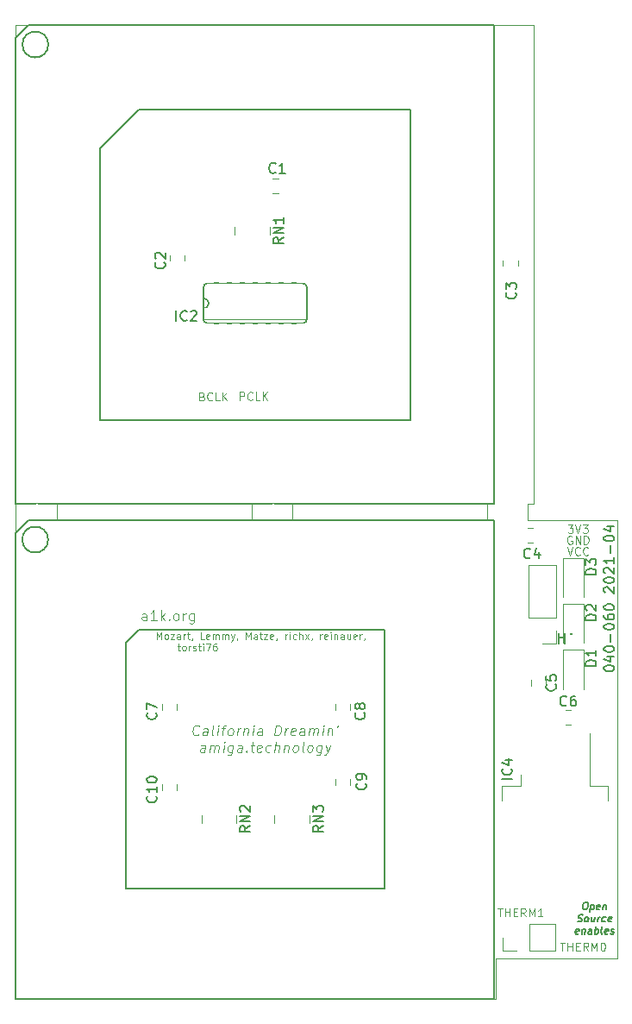
<source format=gto>
G04 #@! TF.GenerationSoftware,KiCad,Pcbnew,5.1.9*
G04 #@! TF.CreationDate,2021-05-20T11:39:59+02:00*
G04 #@! TF.ProjectId,68040_68060_adapter,36383034-305f-4363-9830-36305f616461,0.2*
G04 #@! TF.SameCoordinates,Original*
G04 #@! TF.FileFunction,Legend,Top*
G04 #@! TF.FilePolarity,Positive*
%FSLAX46Y46*%
G04 Gerber Fmt 4.6, Leading zero omitted, Abs format (unit mm)*
G04 Created by KiCad (PCBNEW 5.1.9) date 2021-05-20 11:39:59*
%MOMM*%
%LPD*%
G01*
G04 APERTURE LIST*
G04 #@! TA.AperFunction,Profile*
%ADD10C,0.050000*%
G04 #@! TD*
%ADD11C,0.125000*%
%ADD12C,0.150000*%
%ADD13C,0.100000*%
%ADD14C,0.075000*%
%ADD15C,0.120000*%
%ADD16C,0.127000*%
%ADD17C,0.152400*%
%ADD18C,0.050800*%
%ADD19C,1.500000*%
%ADD20R,10.800000X9.400000*%
%ADD21R,1.100000X4.600000*%
%ADD22C,2.012400*%
%ADD23R,0.400000X0.900000*%
%ADD24R,1.100000X1.100000*%
%ADD25O,1.700000X1.700000*%
%ADD26R,1.700000X1.700000*%
G04 APERTURE END LIST*
D10*
X161928800Y-90550000D02*
X162500000Y-90550000D01*
X161928800Y-90550000D02*
X161928800Y-92151000D01*
X158750000Y-135128000D02*
X170688000Y-135128000D01*
X158750000Y-139141200D02*
X158750000Y-135128000D01*
D11*
X129588950Y-113169642D02*
X129535379Y-113217261D01*
X129386569Y-113264880D01*
X129291331Y-113264880D01*
X129154427Y-113217261D01*
X129071093Y-113122023D01*
X129035379Y-113026785D01*
X129011569Y-112836309D01*
X129029427Y-112693452D01*
X129100855Y-112502976D01*
X129160379Y-112407738D01*
X129267522Y-112312500D01*
X129416331Y-112264880D01*
X129511569Y-112264880D01*
X129648474Y-112312500D01*
X129690141Y-112360119D01*
X130434188Y-113264880D02*
X130499665Y-112741071D01*
X130463950Y-112645833D01*
X130374665Y-112598214D01*
X130184188Y-112598214D01*
X130082998Y-112645833D01*
X130440141Y-113217261D02*
X130338950Y-113264880D01*
X130100855Y-113264880D01*
X130011569Y-113217261D01*
X129975855Y-113122023D01*
X129987760Y-113026785D01*
X130047284Y-112931547D01*
X130148474Y-112883928D01*
X130386569Y-112883928D01*
X130487760Y-112836309D01*
X131053236Y-113264880D02*
X130963950Y-113217261D01*
X130928236Y-113122023D01*
X131035379Y-112264880D01*
X131434188Y-113264880D02*
X131517522Y-112598214D01*
X131559188Y-112264880D02*
X131505617Y-112312500D01*
X131547284Y-112360119D01*
X131600855Y-112312500D01*
X131559188Y-112264880D01*
X131547284Y-112360119D01*
X131850855Y-112598214D02*
X132231808Y-112598214D01*
X131910379Y-113264880D02*
X132017522Y-112407738D01*
X132077046Y-112312500D01*
X132178236Y-112264880D01*
X132273474Y-112264880D01*
X132624665Y-113264880D02*
X132535379Y-113217261D01*
X132493712Y-113169642D01*
X132457998Y-113074404D01*
X132493712Y-112788690D01*
X132553236Y-112693452D01*
X132606808Y-112645833D01*
X132707998Y-112598214D01*
X132850855Y-112598214D01*
X132940141Y-112645833D01*
X132981808Y-112693452D01*
X133017522Y-112788690D01*
X132981808Y-113074404D01*
X132922284Y-113169642D01*
X132868712Y-113217261D01*
X132767522Y-113264880D01*
X132624665Y-113264880D01*
X133386569Y-113264880D02*
X133469903Y-112598214D01*
X133446093Y-112788690D02*
X133505617Y-112693452D01*
X133559188Y-112645833D01*
X133660379Y-112598214D01*
X133755617Y-112598214D01*
X134088950Y-112598214D02*
X134005617Y-113264880D01*
X134077046Y-112693452D02*
X134130617Y-112645833D01*
X134231808Y-112598214D01*
X134374665Y-112598214D01*
X134463950Y-112645833D01*
X134499665Y-112741071D01*
X134434188Y-113264880D01*
X134910379Y-113264880D02*
X134993712Y-112598214D01*
X135035379Y-112264880D02*
X134981808Y-112312500D01*
X135023474Y-112360119D01*
X135077046Y-112312500D01*
X135035379Y-112264880D01*
X135023474Y-112360119D01*
X135815141Y-113264880D02*
X135880617Y-112741071D01*
X135844903Y-112645833D01*
X135755617Y-112598214D01*
X135565141Y-112598214D01*
X135463950Y-112645833D01*
X135821093Y-113217261D02*
X135719903Y-113264880D01*
X135481808Y-113264880D01*
X135392522Y-113217261D01*
X135356808Y-113122023D01*
X135368712Y-113026785D01*
X135428236Y-112931547D01*
X135529427Y-112883928D01*
X135767522Y-112883928D01*
X135868712Y-112836309D01*
X137053236Y-113264880D02*
X137178236Y-112264880D01*
X137416331Y-112264880D01*
X137553236Y-112312500D01*
X137636569Y-112407738D01*
X137672284Y-112502976D01*
X137696093Y-112693452D01*
X137678236Y-112836309D01*
X137606808Y-113026785D01*
X137547284Y-113122023D01*
X137440141Y-113217261D01*
X137291331Y-113264880D01*
X137053236Y-113264880D01*
X138053236Y-113264880D02*
X138136569Y-112598214D01*
X138112760Y-112788690D02*
X138172284Y-112693452D01*
X138225855Y-112645833D01*
X138327046Y-112598214D01*
X138422284Y-112598214D01*
X139059188Y-113217261D02*
X138957998Y-113264880D01*
X138767522Y-113264880D01*
X138678236Y-113217261D01*
X138642522Y-113122023D01*
X138690141Y-112741071D01*
X138749665Y-112645833D01*
X138850855Y-112598214D01*
X139041331Y-112598214D01*
X139130617Y-112645833D01*
X139166331Y-112741071D01*
X139154427Y-112836309D01*
X138666331Y-112931547D01*
X139957998Y-113264880D02*
X140023474Y-112741071D01*
X139987760Y-112645833D01*
X139898474Y-112598214D01*
X139707998Y-112598214D01*
X139606808Y-112645833D01*
X139963950Y-113217261D02*
X139862760Y-113264880D01*
X139624665Y-113264880D01*
X139535379Y-113217261D01*
X139499665Y-113122023D01*
X139511569Y-113026785D01*
X139571093Y-112931547D01*
X139672284Y-112883928D01*
X139910379Y-112883928D01*
X140011569Y-112836309D01*
X140434188Y-113264880D02*
X140517522Y-112598214D01*
X140505617Y-112693452D02*
X140559188Y-112645833D01*
X140660379Y-112598214D01*
X140803236Y-112598214D01*
X140892522Y-112645833D01*
X140928236Y-112741071D01*
X140862760Y-113264880D01*
X140928236Y-112741071D02*
X140987760Y-112645833D01*
X141088950Y-112598214D01*
X141231808Y-112598214D01*
X141321093Y-112645833D01*
X141356808Y-112741071D01*
X141291331Y-113264880D01*
X141767522Y-113264880D02*
X141850855Y-112598214D01*
X141892522Y-112264880D02*
X141838950Y-112312500D01*
X141880617Y-112360119D01*
X141934188Y-112312500D01*
X141892522Y-112264880D01*
X141880617Y-112360119D01*
X142327046Y-112598214D02*
X142243712Y-113264880D01*
X142315141Y-112693452D02*
X142368712Y-112645833D01*
X142469903Y-112598214D01*
X142612760Y-112598214D01*
X142702046Y-112645833D01*
X142737760Y-112741071D01*
X142672284Y-113264880D01*
X143321093Y-112264880D02*
X143202046Y-112455357D01*
X130196093Y-114889880D02*
X130261569Y-114366071D01*
X130225855Y-114270833D01*
X130136569Y-114223214D01*
X129946093Y-114223214D01*
X129844903Y-114270833D01*
X130202046Y-114842261D02*
X130100855Y-114889880D01*
X129862760Y-114889880D01*
X129773474Y-114842261D01*
X129737760Y-114747023D01*
X129749665Y-114651785D01*
X129809188Y-114556547D01*
X129910379Y-114508928D01*
X130148474Y-114508928D01*
X130249665Y-114461309D01*
X130672284Y-114889880D02*
X130755617Y-114223214D01*
X130743712Y-114318452D02*
X130797284Y-114270833D01*
X130898474Y-114223214D01*
X131041331Y-114223214D01*
X131130617Y-114270833D01*
X131166331Y-114366071D01*
X131100855Y-114889880D01*
X131166331Y-114366071D02*
X131225855Y-114270833D01*
X131327046Y-114223214D01*
X131469903Y-114223214D01*
X131559188Y-114270833D01*
X131594903Y-114366071D01*
X131529427Y-114889880D01*
X132005617Y-114889880D02*
X132088950Y-114223214D01*
X132130617Y-113889880D02*
X132077046Y-113937500D01*
X132118712Y-113985119D01*
X132172284Y-113937500D01*
X132130617Y-113889880D01*
X132118712Y-113985119D01*
X132993712Y-114223214D02*
X132892522Y-115032738D01*
X132832998Y-115127976D01*
X132779427Y-115175595D01*
X132678236Y-115223214D01*
X132535379Y-115223214D01*
X132446093Y-115175595D01*
X132916331Y-114842261D02*
X132815141Y-114889880D01*
X132624665Y-114889880D01*
X132535379Y-114842261D01*
X132493712Y-114794642D01*
X132457998Y-114699404D01*
X132493712Y-114413690D01*
X132553236Y-114318452D01*
X132606808Y-114270833D01*
X132707998Y-114223214D01*
X132898474Y-114223214D01*
X132987760Y-114270833D01*
X133815141Y-114889880D02*
X133880617Y-114366071D01*
X133844903Y-114270833D01*
X133755617Y-114223214D01*
X133565141Y-114223214D01*
X133463950Y-114270833D01*
X133821093Y-114842261D02*
X133719903Y-114889880D01*
X133481808Y-114889880D01*
X133392522Y-114842261D01*
X133356808Y-114747023D01*
X133368712Y-114651785D01*
X133428236Y-114556547D01*
X133529427Y-114508928D01*
X133767522Y-114508928D01*
X133868712Y-114461309D01*
X134303236Y-114794642D02*
X134344903Y-114842261D01*
X134291331Y-114889880D01*
X134249665Y-114842261D01*
X134303236Y-114794642D01*
X134291331Y-114889880D01*
X134707998Y-114223214D02*
X135088950Y-114223214D01*
X134892522Y-113889880D02*
X134785379Y-114747023D01*
X134821093Y-114842261D01*
X134910379Y-114889880D01*
X135005617Y-114889880D01*
X135725855Y-114842261D02*
X135624665Y-114889880D01*
X135434188Y-114889880D01*
X135344903Y-114842261D01*
X135309188Y-114747023D01*
X135356808Y-114366071D01*
X135416331Y-114270833D01*
X135517522Y-114223214D01*
X135707998Y-114223214D01*
X135797284Y-114270833D01*
X135832998Y-114366071D01*
X135821093Y-114461309D01*
X135332998Y-114556547D01*
X136630617Y-114842261D02*
X136529427Y-114889880D01*
X136338950Y-114889880D01*
X136249665Y-114842261D01*
X136207998Y-114794642D01*
X136172284Y-114699404D01*
X136207998Y-114413690D01*
X136267522Y-114318452D01*
X136321093Y-114270833D01*
X136422284Y-114223214D01*
X136612760Y-114223214D01*
X136702046Y-114270833D01*
X137053236Y-114889880D02*
X137178236Y-113889880D01*
X137481808Y-114889880D02*
X137547284Y-114366071D01*
X137511569Y-114270833D01*
X137422284Y-114223214D01*
X137279427Y-114223214D01*
X137178236Y-114270833D01*
X137124665Y-114318452D01*
X138041331Y-114223214D02*
X137957998Y-114889880D01*
X138029427Y-114318452D02*
X138082998Y-114270833D01*
X138184188Y-114223214D01*
X138327046Y-114223214D01*
X138416331Y-114270833D01*
X138452046Y-114366071D01*
X138386569Y-114889880D01*
X139005617Y-114889880D02*
X138916331Y-114842261D01*
X138874665Y-114794642D01*
X138838950Y-114699404D01*
X138874665Y-114413690D01*
X138934188Y-114318452D01*
X138987760Y-114270833D01*
X139088950Y-114223214D01*
X139231808Y-114223214D01*
X139321093Y-114270833D01*
X139362760Y-114318452D01*
X139398474Y-114413690D01*
X139362760Y-114699404D01*
X139303236Y-114794642D01*
X139249665Y-114842261D01*
X139148474Y-114889880D01*
X139005617Y-114889880D01*
X139910379Y-114889880D02*
X139821093Y-114842261D01*
X139785379Y-114747023D01*
X139892522Y-113889880D01*
X140434188Y-114889880D02*
X140344903Y-114842261D01*
X140303236Y-114794642D01*
X140267522Y-114699404D01*
X140303236Y-114413690D01*
X140362760Y-114318452D01*
X140416331Y-114270833D01*
X140517522Y-114223214D01*
X140660379Y-114223214D01*
X140749665Y-114270833D01*
X140791331Y-114318452D01*
X140827046Y-114413690D01*
X140791331Y-114699404D01*
X140731808Y-114794642D01*
X140678236Y-114842261D01*
X140577046Y-114889880D01*
X140434188Y-114889880D01*
X141707998Y-114223214D02*
X141606808Y-115032738D01*
X141547284Y-115127976D01*
X141493712Y-115175595D01*
X141392522Y-115223214D01*
X141249665Y-115223214D01*
X141160379Y-115175595D01*
X141630617Y-114842261D02*
X141529427Y-114889880D01*
X141338950Y-114889880D01*
X141249665Y-114842261D01*
X141207998Y-114794642D01*
X141172284Y-114699404D01*
X141207998Y-114413690D01*
X141267522Y-114318452D01*
X141321093Y-114270833D01*
X141422284Y-114223214D01*
X141612760Y-114223214D01*
X141702046Y-114270833D01*
X142088950Y-114223214D02*
X142243712Y-114889880D01*
X142565141Y-114223214D02*
X142243712Y-114889880D01*
X142118712Y-115127976D01*
X142065141Y-115175595D01*
X141963950Y-115223214D01*
X124472916Y-101977380D02*
X124472916Y-101453571D01*
X124425297Y-101358333D01*
X124330059Y-101310714D01*
X124139583Y-101310714D01*
X124044345Y-101358333D01*
X124472916Y-101929761D02*
X124377678Y-101977380D01*
X124139583Y-101977380D01*
X124044345Y-101929761D01*
X123996726Y-101834523D01*
X123996726Y-101739285D01*
X124044345Y-101644047D01*
X124139583Y-101596428D01*
X124377678Y-101596428D01*
X124472916Y-101548809D01*
X125472916Y-101977380D02*
X124901488Y-101977380D01*
X125187202Y-101977380D02*
X125187202Y-100977380D01*
X125091964Y-101120238D01*
X124996726Y-101215476D01*
X124901488Y-101263095D01*
X125901488Y-101977380D02*
X125901488Y-100977380D01*
X125996726Y-101596428D02*
X126282440Y-101977380D01*
X126282440Y-101310714D02*
X125901488Y-101691666D01*
X126711011Y-101882142D02*
X126758630Y-101929761D01*
X126711011Y-101977380D01*
X126663392Y-101929761D01*
X126711011Y-101882142D01*
X126711011Y-101977380D01*
X127330059Y-101977380D02*
X127234821Y-101929761D01*
X127187202Y-101882142D01*
X127139583Y-101786904D01*
X127139583Y-101501190D01*
X127187202Y-101405952D01*
X127234821Y-101358333D01*
X127330059Y-101310714D01*
X127472916Y-101310714D01*
X127568154Y-101358333D01*
X127615773Y-101405952D01*
X127663392Y-101501190D01*
X127663392Y-101786904D01*
X127615773Y-101882142D01*
X127568154Y-101929761D01*
X127472916Y-101977380D01*
X127330059Y-101977380D01*
X128091964Y-101977380D02*
X128091964Y-101310714D01*
X128091964Y-101501190D02*
X128139583Y-101405952D01*
X128187202Y-101358333D01*
X128282440Y-101310714D01*
X128377678Y-101310714D01*
X129139583Y-101310714D02*
X129139583Y-102120238D01*
X129091964Y-102215476D01*
X129044345Y-102263095D01*
X128949107Y-102310714D01*
X128806250Y-102310714D01*
X128711011Y-102263095D01*
X129139583Y-101929761D02*
X129044345Y-101977380D01*
X128853869Y-101977380D01*
X128758630Y-101929761D01*
X128711011Y-101882142D01*
X128663392Y-101786904D01*
X128663392Y-101501190D01*
X128711011Y-101405952D01*
X128758630Y-101358333D01*
X128853869Y-101310714D01*
X129044345Y-101310714D01*
X129139583Y-101358333D01*
D12*
X169403780Y-106738128D02*
X169403780Y-106642890D01*
X169451400Y-106547652D01*
X169499019Y-106500033D01*
X169594257Y-106452414D01*
X169784733Y-106404795D01*
X170022828Y-106404795D01*
X170213304Y-106452414D01*
X170308542Y-106500033D01*
X170356161Y-106547652D01*
X170403780Y-106642890D01*
X170403780Y-106738128D01*
X170356161Y-106833366D01*
X170308542Y-106880985D01*
X170213304Y-106928604D01*
X170022828Y-106976223D01*
X169784733Y-106976223D01*
X169594257Y-106928604D01*
X169499019Y-106880985D01*
X169451400Y-106833366D01*
X169403780Y-106738128D01*
X169737114Y-105547652D02*
X170403780Y-105547652D01*
X169356161Y-105785747D02*
X170070447Y-106023842D01*
X170070447Y-105404795D01*
X169403780Y-104833366D02*
X169403780Y-104738128D01*
X169451400Y-104642890D01*
X169499019Y-104595271D01*
X169594257Y-104547652D01*
X169784733Y-104500033D01*
X170022828Y-104500033D01*
X170213304Y-104547652D01*
X170308542Y-104595271D01*
X170356161Y-104642890D01*
X170403780Y-104738128D01*
X170403780Y-104833366D01*
X170356161Y-104928604D01*
X170308542Y-104976223D01*
X170213304Y-105023842D01*
X170022828Y-105071461D01*
X169784733Y-105071461D01*
X169594257Y-105023842D01*
X169499019Y-104976223D01*
X169451400Y-104928604D01*
X169403780Y-104833366D01*
X170022828Y-104071461D02*
X170022828Y-103309557D01*
X169403780Y-102642890D02*
X169403780Y-102547652D01*
X169451400Y-102452414D01*
X169499019Y-102404795D01*
X169594257Y-102357176D01*
X169784733Y-102309557D01*
X170022828Y-102309557D01*
X170213304Y-102357176D01*
X170308542Y-102404795D01*
X170356161Y-102452414D01*
X170403780Y-102547652D01*
X170403780Y-102642890D01*
X170356161Y-102738128D01*
X170308542Y-102785747D01*
X170213304Y-102833366D01*
X170022828Y-102880985D01*
X169784733Y-102880985D01*
X169594257Y-102833366D01*
X169499019Y-102785747D01*
X169451400Y-102738128D01*
X169403780Y-102642890D01*
X169403780Y-101452414D02*
X169403780Y-101642890D01*
X169451400Y-101738128D01*
X169499019Y-101785747D01*
X169641876Y-101880985D01*
X169832352Y-101928604D01*
X170213304Y-101928604D01*
X170308542Y-101880985D01*
X170356161Y-101833366D01*
X170403780Y-101738128D01*
X170403780Y-101547652D01*
X170356161Y-101452414D01*
X170308542Y-101404795D01*
X170213304Y-101357176D01*
X169975209Y-101357176D01*
X169879971Y-101404795D01*
X169832352Y-101452414D01*
X169784733Y-101547652D01*
X169784733Y-101738128D01*
X169832352Y-101833366D01*
X169879971Y-101880985D01*
X169975209Y-101928604D01*
X169403780Y-100738128D02*
X169403780Y-100642890D01*
X169451400Y-100547652D01*
X169499019Y-100500033D01*
X169594257Y-100452414D01*
X169784733Y-100404795D01*
X170022828Y-100404795D01*
X170213304Y-100452414D01*
X170308542Y-100500033D01*
X170356161Y-100547652D01*
X170403780Y-100642890D01*
X170403780Y-100738128D01*
X170356161Y-100833366D01*
X170308542Y-100880985D01*
X170213304Y-100928604D01*
X170022828Y-100976223D01*
X169784733Y-100976223D01*
X169594257Y-100928604D01*
X169499019Y-100880985D01*
X169451400Y-100833366D01*
X169403780Y-100738128D01*
X169499019Y-99261938D02*
X169451400Y-99214319D01*
X169403780Y-99119080D01*
X169403780Y-98880985D01*
X169451400Y-98785747D01*
X169499019Y-98738128D01*
X169594257Y-98690509D01*
X169689495Y-98690509D01*
X169832352Y-98738128D01*
X170403780Y-99309557D01*
X170403780Y-98690509D01*
X169403780Y-98071461D02*
X169403780Y-97976223D01*
X169451400Y-97880985D01*
X169499019Y-97833366D01*
X169594257Y-97785747D01*
X169784733Y-97738128D01*
X170022828Y-97738128D01*
X170213304Y-97785747D01*
X170308542Y-97833366D01*
X170356161Y-97880985D01*
X170403780Y-97976223D01*
X170403780Y-98071461D01*
X170356161Y-98166700D01*
X170308542Y-98214319D01*
X170213304Y-98261938D01*
X170022828Y-98309557D01*
X169784733Y-98309557D01*
X169594257Y-98261938D01*
X169499019Y-98214319D01*
X169451400Y-98166700D01*
X169403780Y-98071461D01*
X169499019Y-97357176D02*
X169451400Y-97309557D01*
X169403780Y-97214319D01*
X169403780Y-96976223D01*
X169451400Y-96880985D01*
X169499019Y-96833366D01*
X169594257Y-96785747D01*
X169689495Y-96785747D01*
X169832352Y-96833366D01*
X170403780Y-97404795D01*
X170403780Y-96785747D01*
X170403780Y-95833366D02*
X170403780Y-96404795D01*
X170403780Y-96119080D02*
X169403780Y-96119080D01*
X169546638Y-96214319D01*
X169641876Y-96309557D01*
X169689495Y-96404795D01*
X170022828Y-95404795D02*
X170022828Y-94642890D01*
X169403780Y-93976223D02*
X169403780Y-93880985D01*
X169451400Y-93785747D01*
X169499019Y-93738128D01*
X169594257Y-93690509D01*
X169784733Y-93642890D01*
X170022828Y-93642890D01*
X170213304Y-93690509D01*
X170308542Y-93738128D01*
X170356161Y-93785747D01*
X170403780Y-93880985D01*
X170403780Y-93976223D01*
X170356161Y-94071461D01*
X170308542Y-94119080D01*
X170213304Y-94166700D01*
X170022828Y-94214319D01*
X169784733Y-94214319D01*
X169594257Y-94166700D01*
X169499019Y-94119080D01*
X169451400Y-94071461D01*
X169403780Y-93976223D01*
X169737114Y-92785747D02*
X170403780Y-92785747D01*
X169356161Y-93023842D02*
X170070447Y-93261938D01*
X170070447Y-92642890D01*
X167568254Y-129658466D02*
X167701587Y-129658466D01*
X167764087Y-129691800D01*
X167822420Y-129758466D01*
X167839087Y-129891800D01*
X167809920Y-130125133D01*
X167759920Y-130258466D01*
X167684920Y-130325133D01*
X167614087Y-130358466D01*
X167480754Y-130358466D01*
X167418254Y-130325133D01*
X167359920Y-130258466D01*
X167343254Y-130125133D01*
X167372420Y-129891800D01*
X167422420Y-129758466D01*
X167497420Y-129691800D01*
X167568254Y-129658466D01*
X168139087Y-129891800D02*
X168051587Y-130591800D01*
X168134920Y-129925133D02*
X168205754Y-129891800D01*
X168339087Y-129891800D01*
X168401587Y-129925133D01*
X168430754Y-129958466D01*
X168455754Y-130025133D01*
X168430754Y-130225133D01*
X168389087Y-130291800D01*
X168351587Y-130325133D01*
X168280754Y-130358466D01*
X168147420Y-130358466D01*
X168084920Y-130325133D01*
X168984920Y-130325133D02*
X168914087Y-130358466D01*
X168780754Y-130358466D01*
X168718254Y-130325133D01*
X168693254Y-130258466D01*
X168726587Y-129991800D01*
X168768254Y-129925133D01*
X168839087Y-129891800D01*
X168972420Y-129891800D01*
X169034920Y-129925133D01*
X169059920Y-129991800D01*
X169051587Y-130058466D01*
X168709920Y-130125133D01*
X169372420Y-129891800D02*
X169314087Y-130358466D01*
X169364087Y-129958466D02*
X169401587Y-129925133D01*
X169472420Y-129891800D01*
X169572420Y-129891800D01*
X169634920Y-129925133D01*
X169659920Y-129991800D01*
X169614087Y-130358466D01*
X166834920Y-131525133D02*
X166930754Y-131558466D01*
X167097420Y-131558466D01*
X167168254Y-131525133D01*
X167205754Y-131491800D01*
X167247420Y-131425133D01*
X167255754Y-131358466D01*
X167230754Y-131291800D01*
X167201587Y-131258466D01*
X167139087Y-131225133D01*
X167009920Y-131191800D01*
X166947420Y-131158466D01*
X166918254Y-131125133D01*
X166893254Y-131058466D01*
X166901587Y-130991800D01*
X166943254Y-130925133D01*
X166980754Y-130891800D01*
X167051587Y-130858466D01*
X167218254Y-130858466D01*
X167314087Y-130891800D01*
X167630754Y-131558466D02*
X167568254Y-131525133D01*
X167539087Y-131491800D01*
X167514087Y-131425133D01*
X167539087Y-131225133D01*
X167580754Y-131158466D01*
X167618254Y-131125133D01*
X167689087Y-131091800D01*
X167789087Y-131091800D01*
X167851587Y-131125133D01*
X167880754Y-131158466D01*
X167905754Y-131225133D01*
X167880754Y-131425133D01*
X167839087Y-131491800D01*
X167801587Y-131525133D01*
X167730754Y-131558466D01*
X167630754Y-131558466D01*
X168522420Y-131091800D02*
X168464087Y-131558466D01*
X168222420Y-131091800D02*
X168176587Y-131458466D01*
X168201587Y-131525133D01*
X168264087Y-131558466D01*
X168364087Y-131558466D01*
X168434920Y-131525133D01*
X168472420Y-131491800D01*
X168797420Y-131558466D02*
X168855754Y-131091800D01*
X168839087Y-131225133D02*
X168880754Y-131158466D01*
X168918254Y-131125133D01*
X168989087Y-131091800D01*
X169055754Y-131091800D01*
X169534920Y-131525133D02*
X169464087Y-131558466D01*
X169330754Y-131558466D01*
X169268254Y-131525133D01*
X169239087Y-131491800D01*
X169214087Y-131425133D01*
X169239087Y-131225133D01*
X169280754Y-131158466D01*
X169318254Y-131125133D01*
X169389087Y-131091800D01*
X169522420Y-131091800D01*
X169584920Y-131125133D01*
X170101587Y-131525133D02*
X170030754Y-131558466D01*
X169897420Y-131558466D01*
X169834920Y-131525133D01*
X169809920Y-131458466D01*
X169843254Y-131191800D01*
X169884920Y-131125133D01*
X169955754Y-131091800D01*
X170089087Y-131091800D01*
X170151587Y-131125133D01*
X170176587Y-131191800D01*
X170168254Y-131258466D01*
X169826587Y-131325133D01*
X166901587Y-132725133D02*
X166830754Y-132758466D01*
X166697420Y-132758466D01*
X166634920Y-132725133D01*
X166609920Y-132658466D01*
X166643254Y-132391800D01*
X166684920Y-132325133D01*
X166755754Y-132291800D01*
X166889087Y-132291800D01*
X166951587Y-132325133D01*
X166976587Y-132391800D01*
X166968254Y-132458466D01*
X166626587Y-132525133D01*
X167289087Y-132291800D02*
X167230754Y-132758466D01*
X167280754Y-132358466D02*
X167318254Y-132325133D01*
X167389087Y-132291800D01*
X167489087Y-132291800D01*
X167551587Y-132325133D01*
X167576587Y-132391800D01*
X167530754Y-132758466D01*
X168164087Y-132758466D02*
X168209920Y-132391800D01*
X168184920Y-132325133D01*
X168122420Y-132291800D01*
X167989087Y-132291800D01*
X167918254Y-132325133D01*
X168168254Y-132725133D02*
X168097420Y-132758466D01*
X167930754Y-132758466D01*
X167868254Y-132725133D01*
X167843254Y-132658466D01*
X167851587Y-132591800D01*
X167893254Y-132525133D01*
X167964087Y-132491800D01*
X168130754Y-132491800D01*
X168201587Y-132458466D01*
X168497420Y-132758466D02*
X168584920Y-132058466D01*
X168551587Y-132325133D02*
X168622420Y-132291800D01*
X168755754Y-132291800D01*
X168818254Y-132325133D01*
X168847420Y-132358466D01*
X168872420Y-132425133D01*
X168847420Y-132625133D01*
X168805754Y-132691800D01*
X168768254Y-132725133D01*
X168697420Y-132758466D01*
X168564087Y-132758466D01*
X168501587Y-132725133D01*
X169230754Y-132758466D02*
X169168254Y-132725133D01*
X169143254Y-132658466D01*
X169218254Y-132058466D01*
X169768254Y-132725133D02*
X169697420Y-132758466D01*
X169564087Y-132758466D01*
X169501587Y-132725133D01*
X169476587Y-132658466D01*
X169509920Y-132391800D01*
X169551587Y-132325133D01*
X169622420Y-132291800D01*
X169755754Y-132291800D01*
X169818254Y-132325133D01*
X169843254Y-132391800D01*
X169834920Y-132458466D01*
X169493254Y-132525133D01*
X170068254Y-132725133D02*
X170130754Y-132758466D01*
X170264087Y-132758466D01*
X170334920Y-132725133D01*
X170376587Y-132658466D01*
X170380754Y-132625133D01*
X170355754Y-132558466D01*
X170293254Y-132525133D01*
X170193254Y-132525133D01*
X170130754Y-132491800D01*
X170105754Y-132425133D01*
X170109920Y-132391800D01*
X170151587Y-132325133D01*
X170222420Y-132291800D01*
X170322420Y-132291800D01*
X170384920Y-132325133D01*
D13*
X165859523Y-92586904D02*
X166354761Y-92586904D01*
X166088095Y-92891666D01*
X166202380Y-92891666D01*
X166278571Y-92929761D01*
X166316666Y-92967857D01*
X166354761Y-93044047D01*
X166354761Y-93234523D01*
X166316666Y-93310714D01*
X166278571Y-93348809D01*
X166202380Y-93386904D01*
X165973809Y-93386904D01*
X165897619Y-93348809D01*
X165859523Y-93310714D01*
X166583333Y-92586904D02*
X166850000Y-93386904D01*
X167116666Y-92586904D01*
X167307142Y-92586904D02*
X167802380Y-92586904D01*
X167535714Y-92891666D01*
X167650000Y-92891666D01*
X167726190Y-92929761D01*
X167764285Y-92967857D01*
X167802380Y-93044047D01*
X167802380Y-93234523D01*
X167764285Y-93310714D01*
X167726190Y-93348809D01*
X167650000Y-93386904D01*
X167421428Y-93386904D01*
X167345238Y-93348809D01*
X167307142Y-93310714D01*
X166240476Y-93725000D02*
X166164285Y-93686904D01*
X166050000Y-93686904D01*
X165935714Y-93725000D01*
X165859523Y-93801190D01*
X165821428Y-93877380D01*
X165783333Y-94029761D01*
X165783333Y-94144047D01*
X165821428Y-94296428D01*
X165859523Y-94372619D01*
X165935714Y-94448809D01*
X166050000Y-94486904D01*
X166126190Y-94486904D01*
X166240476Y-94448809D01*
X166278571Y-94410714D01*
X166278571Y-94144047D01*
X166126190Y-94144047D01*
X166621428Y-94486904D02*
X166621428Y-93686904D01*
X167078571Y-94486904D01*
X167078571Y-93686904D01*
X167459523Y-94486904D02*
X167459523Y-93686904D01*
X167650000Y-93686904D01*
X167764285Y-93725000D01*
X167840476Y-93801190D01*
X167878571Y-93877380D01*
X167916666Y-94029761D01*
X167916666Y-94144047D01*
X167878571Y-94296428D01*
X167840476Y-94372619D01*
X167764285Y-94448809D01*
X167650000Y-94486904D01*
X167459523Y-94486904D01*
X165783333Y-94786904D02*
X166050000Y-95586904D01*
X166316666Y-94786904D01*
X167040476Y-95510714D02*
X167002380Y-95548809D01*
X166888095Y-95586904D01*
X166811904Y-95586904D01*
X166697619Y-95548809D01*
X166621428Y-95472619D01*
X166583333Y-95396428D01*
X166545238Y-95244047D01*
X166545238Y-95129761D01*
X166583333Y-94977380D01*
X166621428Y-94901190D01*
X166697619Y-94825000D01*
X166811904Y-94786904D01*
X166888095Y-94786904D01*
X167002380Y-94825000D01*
X167040476Y-94863095D01*
X167840476Y-95510714D02*
X167802380Y-95548809D01*
X167688095Y-95586904D01*
X167611904Y-95586904D01*
X167497619Y-95548809D01*
X167421428Y-95472619D01*
X167383333Y-95396428D01*
X167345238Y-95244047D01*
X167345238Y-95129761D01*
X167383333Y-94977380D01*
X167421428Y-94901190D01*
X167497619Y-94825000D01*
X167611904Y-94786904D01*
X167688095Y-94786904D01*
X167802380Y-94825000D01*
X167840476Y-94863095D01*
D10*
X157930000Y-92140000D02*
X138810000Y-92140000D01*
X138810000Y-90550000D02*
X157930000Y-90550000D01*
X157930000Y-90550000D02*
X157930000Y-92140000D01*
X138810000Y-90550000D02*
X138810000Y-92140000D01*
X111644200Y-43561000D02*
X111644200Y-139141000D01*
X134850000Y-92140000D02*
X115730000Y-92140000D01*
X115730000Y-90550000D02*
X134850000Y-90550000D01*
X134850000Y-90550000D02*
X134850000Y-92140000D01*
X162500000Y-90550000D02*
X162500000Y-43561000D01*
X170699200Y-92151000D02*
X161928800Y-92151000D01*
X115730000Y-90550000D02*
X115730000Y-92140000D01*
D14*
X125488216Y-103817966D02*
X125488216Y-103117966D01*
X125721550Y-103617966D01*
X125954883Y-103117966D01*
X125954883Y-103817966D01*
X126388216Y-103817966D02*
X126321550Y-103784633D01*
X126288216Y-103751300D01*
X126254883Y-103684633D01*
X126254883Y-103484633D01*
X126288216Y-103417966D01*
X126321550Y-103384633D01*
X126388216Y-103351300D01*
X126488216Y-103351300D01*
X126554883Y-103384633D01*
X126588216Y-103417966D01*
X126621550Y-103484633D01*
X126621550Y-103684633D01*
X126588216Y-103751300D01*
X126554883Y-103784633D01*
X126488216Y-103817966D01*
X126388216Y-103817966D01*
X126854883Y-103351300D02*
X127221550Y-103351300D01*
X126854883Y-103817966D01*
X127221550Y-103817966D01*
X127788216Y-103817966D02*
X127788216Y-103451300D01*
X127754883Y-103384633D01*
X127688216Y-103351300D01*
X127554883Y-103351300D01*
X127488216Y-103384633D01*
X127788216Y-103784633D02*
X127721550Y-103817966D01*
X127554883Y-103817966D01*
X127488216Y-103784633D01*
X127454883Y-103717966D01*
X127454883Y-103651300D01*
X127488216Y-103584633D01*
X127554883Y-103551300D01*
X127721550Y-103551300D01*
X127788216Y-103517966D01*
X128121550Y-103817966D02*
X128121550Y-103351300D01*
X128121550Y-103484633D02*
X128154883Y-103417966D01*
X128188216Y-103384633D01*
X128254883Y-103351300D01*
X128321550Y-103351300D01*
X128454883Y-103351300D02*
X128721550Y-103351300D01*
X128554883Y-103117966D02*
X128554883Y-103717966D01*
X128588216Y-103784633D01*
X128654883Y-103817966D01*
X128721550Y-103817966D01*
X128988216Y-103784633D02*
X128988216Y-103817966D01*
X128954883Y-103884633D01*
X128921550Y-103917966D01*
X130154883Y-103817966D02*
X129821550Y-103817966D01*
X129821550Y-103117966D01*
X130654883Y-103784633D02*
X130588216Y-103817966D01*
X130454883Y-103817966D01*
X130388216Y-103784633D01*
X130354883Y-103717966D01*
X130354883Y-103451300D01*
X130388216Y-103384633D01*
X130454883Y-103351300D01*
X130588216Y-103351300D01*
X130654883Y-103384633D01*
X130688216Y-103451300D01*
X130688216Y-103517966D01*
X130354883Y-103584633D01*
X130988216Y-103817966D02*
X130988216Y-103351300D01*
X130988216Y-103417966D02*
X131021550Y-103384633D01*
X131088216Y-103351300D01*
X131188216Y-103351300D01*
X131254883Y-103384633D01*
X131288216Y-103451300D01*
X131288216Y-103817966D01*
X131288216Y-103451300D02*
X131321550Y-103384633D01*
X131388216Y-103351300D01*
X131488216Y-103351300D01*
X131554883Y-103384633D01*
X131588216Y-103451300D01*
X131588216Y-103817966D01*
X131921550Y-103817966D02*
X131921550Y-103351300D01*
X131921550Y-103417966D02*
X131954883Y-103384633D01*
X132021550Y-103351300D01*
X132121550Y-103351300D01*
X132188216Y-103384633D01*
X132221550Y-103451300D01*
X132221550Y-103817966D01*
X132221550Y-103451300D02*
X132254883Y-103384633D01*
X132321550Y-103351300D01*
X132421550Y-103351300D01*
X132488216Y-103384633D01*
X132521550Y-103451300D01*
X132521550Y-103817966D01*
X132788216Y-103351300D02*
X132954883Y-103817966D01*
X133121550Y-103351300D02*
X132954883Y-103817966D01*
X132888216Y-103984633D01*
X132854883Y-104017966D01*
X132788216Y-104051300D01*
X133421550Y-103784633D02*
X133421550Y-103817966D01*
X133388216Y-103884633D01*
X133354883Y-103917966D01*
X134254883Y-103817966D02*
X134254883Y-103117966D01*
X134488216Y-103617966D01*
X134721550Y-103117966D01*
X134721550Y-103817966D01*
X135354883Y-103817966D02*
X135354883Y-103451300D01*
X135321550Y-103384633D01*
X135254883Y-103351300D01*
X135121550Y-103351300D01*
X135054883Y-103384633D01*
X135354883Y-103784633D02*
X135288216Y-103817966D01*
X135121550Y-103817966D01*
X135054883Y-103784633D01*
X135021550Y-103717966D01*
X135021550Y-103651300D01*
X135054883Y-103584633D01*
X135121550Y-103551300D01*
X135288216Y-103551300D01*
X135354883Y-103517966D01*
X135588216Y-103351300D02*
X135854883Y-103351300D01*
X135688216Y-103117966D02*
X135688216Y-103717966D01*
X135721550Y-103784633D01*
X135788216Y-103817966D01*
X135854883Y-103817966D01*
X136021550Y-103351300D02*
X136388216Y-103351300D01*
X136021550Y-103817966D01*
X136388216Y-103817966D01*
X136921550Y-103784633D02*
X136854883Y-103817966D01*
X136721550Y-103817966D01*
X136654883Y-103784633D01*
X136621550Y-103717966D01*
X136621550Y-103451300D01*
X136654883Y-103384633D01*
X136721550Y-103351300D01*
X136854883Y-103351300D01*
X136921550Y-103384633D01*
X136954883Y-103451300D01*
X136954883Y-103517966D01*
X136621550Y-103584633D01*
X137288216Y-103784633D02*
X137288216Y-103817966D01*
X137254883Y-103884633D01*
X137221550Y-103917966D01*
X138121550Y-103817966D02*
X138121550Y-103351300D01*
X138121550Y-103484633D02*
X138154883Y-103417966D01*
X138188216Y-103384633D01*
X138254883Y-103351300D01*
X138321550Y-103351300D01*
X138554883Y-103817966D02*
X138554883Y-103351300D01*
X138554883Y-103117966D02*
X138521550Y-103151300D01*
X138554883Y-103184633D01*
X138588216Y-103151300D01*
X138554883Y-103117966D01*
X138554883Y-103184633D01*
X139188216Y-103784633D02*
X139121550Y-103817966D01*
X138988216Y-103817966D01*
X138921550Y-103784633D01*
X138888216Y-103751300D01*
X138854883Y-103684633D01*
X138854883Y-103484633D01*
X138888216Y-103417966D01*
X138921550Y-103384633D01*
X138988216Y-103351300D01*
X139121550Y-103351300D01*
X139188216Y-103384633D01*
X139488216Y-103817966D02*
X139488216Y-103117966D01*
X139788216Y-103817966D02*
X139788216Y-103451300D01*
X139754883Y-103384633D01*
X139688216Y-103351300D01*
X139588216Y-103351300D01*
X139521550Y-103384633D01*
X139488216Y-103417966D01*
X140054883Y-103817966D02*
X140421550Y-103351300D01*
X140054883Y-103351300D02*
X140421550Y-103817966D01*
X140721550Y-103784633D02*
X140721550Y-103817966D01*
X140688216Y-103884633D01*
X140654883Y-103917966D01*
X141554883Y-103817966D02*
X141554883Y-103351300D01*
X141554883Y-103484633D02*
X141588216Y-103417966D01*
X141621550Y-103384633D01*
X141688216Y-103351300D01*
X141754883Y-103351300D01*
X142254883Y-103784633D02*
X142188216Y-103817966D01*
X142054883Y-103817966D01*
X141988216Y-103784633D01*
X141954883Y-103717966D01*
X141954883Y-103451300D01*
X141988216Y-103384633D01*
X142054883Y-103351300D01*
X142188216Y-103351300D01*
X142254883Y-103384633D01*
X142288216Y-103451300D01*
X142288216Y-103517966D01*
X141954883Y-103584633D01*
X142588216Y-103817966D02*
X142588216Y-103351300D01*
X142588216Y-103117966D02*
X142554883Y-103151300D01*
X142588216Y-103184633D01*
X142621550Y-103151300D01*
X142588216Y-103117966D01*
X142588216Y-103184633D01*
X142921550Y-103351300D02*
X142921550Y-103817966D01*
X142921550Y-103417966D02*
X142954883Y-103384633D01*
X143021550Y-103351300D01*
X143121550Y-103351300D01*
X143188216Y-103384633D01*
X143221550Y-103451300D01*
X143221550Y-103817966D01*
X143854883Y-103817966D02*
X143854883Y-103451300D01*
X143821550Y-103384633D01*
X143754883Y-103351300D01*
X143621550Y-103351300D01*
X143554883Y-103384633D01*
X143854883Y-103784633D02*
X143788216Y-103817966D01*
X143621550Y-103817966D01*
X143554883Y-103784633D01*
X143521550Y-103717966D01*
X143521550Y-103651300D01*
X143554883Y-103584633D01*
X143621550Y-103551300D01*
X143788216Y-103551300D01*
X143854883Y-103517966D01*
X144488216Y-103351300D02*
X144488216Y-103817966D01*
X144188216Y-103351300D02*
X144188216Y-103717966D01*
X144221550Y-103784633D01*
X144288216Y-103817966D01*
X144388216Y-103817966D01*
X144454883Y-103784633D01*
X144488216Y-103751300D01*
X145088216Y-103784633D02*
X145021550Y-103817966D01*
X144888216Y-103817966D01*
X144821550Y-103784633D01*
X144788216Y-103717966D01*
X144788216Y-103451300D01*
X144821550Y-103384633D01*
X144888216Y-103351300D01*
X145021550Y-103351300D01*
X145088216Y-103384633D01*
X145121550Y-103451300D01*
X145121550Y-103517966D01*
X144788216Y-103584633D01*
X145421550Y-103817966D02*
X145421550Y-103351300D01*
X145421550Y-103484633D02*
X145454883Y-103417966D01*
X145488216Y-103384633D01*
X145554883Y-103351300D01*
X145621550Y-103351300D01*
X145888216Y-103784633D02*
X145888216Y-103817966D01*
X145854883Y-103884633D01*
X145821550Y-103917966D01*
X127521550Y-104476300D02*
X127788216Y-104476300D01*
X127621550Y-104242966D02*
X127621550Y-104842966D01*
X127654883Y-104909633D01*
X127721550Y-104942966D01*
X127788216Y-104942966D01*
X128121550Y-104942966D02*
X128054883Y-104909633D01*
X128021550Y-104876300D01*
X127988216Y-104809633D01*
X127988216Y-104609633D01*
X128021550Y-104542966D01*
X128054883Y-104509633D01*
X128121550Y-104476300D01*
X128221550Y-104476300D01*
X128288216Y-104509633D01*
X128321550Y-104542966D01*
X128354883Y-104609633D01*
X128354883Y-104809633D01*
X128321550Y-104876300D01*
X128288216Y-104909633D01*
X128221550Y-104942966D01*
X128121550Y-104942966D01*
X128654883Y-104942966D02*
X128654883Y-104476300D01*
X128654883Y-104609633D02*
X128688216Y-104542966D01*
X128721550Y-104509633D01*
X128788216Y-104476300D01*
X128854883Y-104476300D01*
X129054883Y-104909633D02*
X129121550Y-104942966D01*
X129254883Y-104942966D01*
X129321550Y-104909633D01*
X129354883Y-104842966D01*
X129354883Y-104809633D01*
X129321550Y-104742966D01*
X129254883Y-104709633D01*
X129154883Y-104709633D01*
X129088216Y-104676300D01*
X129054883Y-104609633D01*
X129054883Y-104576300D01*
X129088216Y-104509633D01*
X129154883Y-104476300D01*
X129254883Y-104476300D01*
X129321550Y-104509633D01*
X129554883Y-104476300D02*
X129821550Y-104476300D01*
X129654883Y-104242966D02*
X129654883Y-104842966D01*
X129688216Y-104909633D01*
X129754883Y-104942966D01*
X129821550Y-104942966D01*
X130054883Y-104942966D02*
X130054883Y-104476300D01*
X130054883Y-104242966D02*
X130021550Y-104276300D01*
X130054883Y-104309633D01*
X130088216Y-104276300D01*
X130054883Y-104242966D01*
X130054883Y-104309633D01*
X130321550Y-104242966D02*
X130788216Y-104242966D01*
X130488216Y-104942966D01*
X131354883Y-104242966D02*
X131221550Y-104242966D01*
X131154883Y-104276300D01*
X131121550Y-104309633D01*
X131054883Y-104409633D01*
X131021550Y-104542966D01*
X131021550Y-104809633D01*
X131054883Y-104876300D01*
X131088216Y-104909633D01*
X131154883Y-104942966D01*
X131288216Y-104942966D01*
X131354883Y-104909633D01*
X131388216Y-104876300D01*
X131421550Y-104809633D01*
X131421550Y-104642966D01*
X131388216Y-104576300D01*
X131354883Y-104542966D01*
X131288216Y-104509633D01*
X131154883Y-104509633D01*
X131088216Y-104542966D01*
X131054883Y-104576300D01*
X131021550Y-104642966D01*
D13*
X165112980Y-133597704D02*
X165570123Y-133597704D01*
X165341552Y-134397704D02*
X165341552Y-133597704D01*
X165836790Y-134397704D02*
X165836790Y-133597704D01*
X165836790Y-133978657D02*
X166293933Y-133978657D01*
X166293933Y-134397704D02*
X166293933Y-133597704D01*
X166674885Y-133978657D02*
X166941552Y-133978657D01*
X167055838Y-134397704D02*
X166674885Y-134397704D01*
X166674885Y-133597704D01*
X167055838Y-133597704D01*
X167855838Y-134397704D02*
X167589171Y-134016752D01*
X167398695Y-134397704D02*
X167398695Y-133597704D01*
X167703457Y-133597704D01*
X167779647Y-133635800D01*
X167817742Y-133673895D01*
X167855838Y-133750085D01*
X167855838Y-133864371D01*
X167817742Y-133940561D01*
X167779647Y-133978657D01*
X167703457Y-134016752D01*
X167398695Y-134016752D01*
X168198695Y-134397704D02*
X168198695Y-133597704D01*
X168465361Y-134169133D01*
X168732028Y-133597704D01*
X168732028Y-134397704D01*
X169265361Y-133597704D02*
X169341552Y-133597704D01*
X169417742Y-133635800D01*
X169455838Y-133673895D01*
X169493933Y-133750085D01*
X169532028Y-133902466D01*
X169532028Y-134092942D01*
X169493933Y-134245323D01*
X169455838Y-134321514D01*
X169417742Y-134359609D01*
X169341552Y-134397704D01*
X169265361Y-134397704D01*
X169189171Y-134359609D01*
X169151076Y-134321514D01*
X169112980Y-134245323D01*
X169074885Y-134092942D01*
X169074885Y-133902466D01*
X169112980Y-133750085D01*
X169151076Y-133673895D01*
X169189171Y-133635800D01*
X169265361Y-133597704D01*
X158966180Y-130244904D02*
X159423323Y-130244904D01*
X159194752Y-131044904D02*
X159194752Y-130244904D01*
X159689990Y-131044904D02*
X159689990Y-130244904D01*
X159689990Y-130625857D02*
X160147133Y-130625857D01*
X160147133Y-131044904D02*
X160147133Y-130244904D01*
X160528085Y-130625857D02*
X160794752Y-130625857D01*
X160909038Y-131044904D02*
X160528085Y-131044904D01*
X160528085Y-130244904D01*
X160909038Y-130244904D01*
X161709038Y-131044904D02*
X161442371Y-130663952D01*
X161251895Y-131044904D02*
X161251895Y-130244904D01*
X161556657Y-130244904D01*
X161632847Y-130283000D01*
X161670942Y-130321095D01*
X161709038Y-130397285D01*
X161709038Y-130511571D01*
X161670942Y-130587761D01*
X161632847Y-130625857D01*
X161556657Y-130663952D01*
X161251895Y-130663952D01*
X162051895Y-131044904D02*
X162051895Y-130244904D01*
X162318561Y-130816333D01*
X162585228Y-130244904D01*
X162585228Y-131044904D01*
X163385228Y-131044904D02*
X162928085Y-131044904D01*
X163156657Y-131044904D02*
X163156657Y-130244904D01*
X163080466Y-130359190D01*
X163004276Y-130435380D01*
X162928085Y-130473476D01*
X133642266Y-80371904D02*
X133642266Y-79571904D01*
X133947028Y-79571904D01*
X134023219Y-79610000D01*
X134061314Y-79648095D01*
X134099409Y-79724285D01*
X134099409Y-79838571D01*
X134061314Y-79914761D01*
X134023219Y-79952857D01*
X133947028Y-79990952D01*
X133642266Y-79990952D01*
X134899409Y-80295714D02*
X134861314Y-80333809D01*
X134747028Y-80371904D01*
X134670838Y-80371904D01*
X134556552Y-80333809D01*
X134480361Y-80257619D01*
X134442266Y-80181428D01*
X134404171Y-80029047D01*
X134404171Y-79914761D01*
X134442266Y-79762380D01*
X134480361Y-79686190D01*
X134556552Y-79610000D01*
X134670838Y-79571904D01*
X134747028Y-79571904D01*
X134861314Y-79610000D01*
X134899409Y-79648095D01*
X135623219Y-80371904D02*
X135242266Y-80371904D01*
X135242266Y-79571904D01*
X135889885Y-80371904D02*
X135889885Y-79571904D01*
X136347028Y-80371904D02*
X136004171Y-79914761D01*
X136347028Y-79571904D02*
X135889885Y-80029047D01*
X129946533Y-80003657D02*
X130060819Y-80041752D01*
X130098914Y-80079847D01*
X130137009Y-80156038D01*
X130137009Y-80270323D01*
X130098914Y-80346514D01*
X130060819Y-80384609D01*
X129984628Y-80422704D01*
X129679866Y-80422704D01*
X129679866Y-79622704D01*
X129946533Y-79622704D01*
X130022723Y-79660800D01*
X130060819Y-79698895D01*
X130098914Y-79775085D01*
X130098914Y-79851276D01*
X130060819Y-79927466D01*
X130022723Y-79965561D01*
X129946533Y-80003657D01*
X129679866Y-80003657D01*
X130937009Y-80346514D02*
X130898914Y-80384609D01*
X130784628Y-80422704D01*
X130708438Y-80422704D01*
X130594152Y-80384609D01*
X130517961Y-80308419D01*
X130479866Y-80232228D01*
X130441771Y-80079847D01*
X130441771Y-79965561D01*
X130479866Y-79813180D01*
X130517961Y-79736990D01*
X130594152Y-79660800D01*
X130708438Y-79622704D01*
X130784628Y-79622704D01*
X130898914Y-79660800D01*
X130937009Y-79698895D01*
X131660819Y-80422704D02*
X131279866Y-80422704D01*
X131279866Y-79622704D01*
X131927485Y-80422704D02*
X131927485Y-79622704D01*
X132384628Y-80422704D02*
X132041771Y-79965561D01*
X132384628Y-79622704D02*
X131927485Y-80079847D01*
D10*
X162500000Y-43561000D02*
X111644200Y-43561000D01*
X111644200Y-139141000D02*
X158750000Y-139141200D01*
X170688000Y-135128000D02*
X170699200Y-92151000D01*
D15*
X169792000Y-119708000D02*
X169792000Y-118208000D01*
X169792000Y-118208000D02*
X167982000Y-118208000D01*
X167982000Y-118208000D02*
X167982000Y-113083000D01*
X159392000Y-119708000D02*
X159392000Y-118208000D01*
X159392000Y-118208000D02*
X161202000Y-118208000D01*
X161202000Y-118208000D02*
X161202000Y-117108000D01*
X160962000Y-66664748D02*
X160962000Y-67187252D01*
X159492000Y-66664748D02*
X159492000Y-67187252D01*
X161878748Y-92875000D02*
X162401252Y-92875000D01*
X161878748Y-94345000D02*
X162401252Y-94345000D01*
X165600748Y-110771000D02*
X166123252Y-110771000D01*
X165600748Y-112241000D02*
X166123252Y-112241000D01*
X162235880Y-108372772D02*
X162235880Y-107850268D01*
X163705880Y-108372772D02*
X163705880Y-107850268D01*
X126778450Y-66682252D02*
X126778450Y-66159748D01*
X128248450Y-66682252D02*
X128248450Y-66159748D01*
X136888948Y-58617200D02*
X137411452Y-58617200D01*
X136888948Y-60087200D02*
X137411452Y-60087200D01*
X126011000Y-118625252D02*
X126011000Y-118102748D01*
X127481000Y-118625252D02*
X127481000Y-118102748D01*
X144491800Y-110228748D02*
X144491800Y-110751252D01*
X143021800Y-110228748D02*
X143021800Y-110751252D01*
X127481000Y-110228748D02*
X127481000Y-110751252D01*
X126011000Y-110228748D02*
X126011000Y-110751252D01*
X143025400Y-118117252D02*
X143025400Y-117594748D01*
X144495400Y-118117252D02*
X144495400Y-117594748D01*
D16*
X114837200Y-45466000D02*
G75*
G03*
X114837200Y-45466000I-1270000J0D01*
G01*
X119917200Y-55626000D02*
X119917200Y-82296000D01*
X123727200Y-51816000D02*
X119917200Y-55626000D01*
X123727200Y-51816000D02*
X150397200Y-51816000D01*
X150397200Y-82296000D02*
X150397200Y-51816000D01*
X150397200Y-82296000D02*
X119917200Y-82296000D01*
X111662200Y-44831000D02*
X112932200Y-43561000D01*
X111662200Y-90551000D02*
X111662200Y-44831000D01*
X158652200Y-90551000D02*
X111662200Y-90551000D01*
X158652200Y-43561000D02*
X158652200Y-90551000D01*
X112932200Y-43561000D02*
X158652200Y-43561000D01*
X112914200Y-92151000D02*
X158634200Y-92151000D01*
X158634200Y-92151000D02*
X158634200Y-139141000D01*
X158634200Y-139141000D02*
X111644200Y-139141000D01*
X111644200Y-139141000D02*
X111644200Y-93421000D01*
X111644200Y-93421000D02*
X112914200Y-92151000D01*
X147839200Y-128346000D02*
X122439200Y-128346000D01*
X147839200Y-128346000D02*
X147839200Y-102946000D01*
X123709200Y-102946000D02*
X147839200Y-102946000D01*
X123709200Y-102946000D02*
X122439200Y-104216000D01*
X122439200Y-104216000D02*
X122439200Y-128346000D01*
X114819200Y-94056000D02*
G75*
G03*
X114819200Y-94056000I-1270000J0D01*
G01*
D15*
X136595000Y-64125000D02*
X136595000Y-63325000D01*
X133155000Y-64125000D02*
X133155000Y-63325000D01*
X140495000Y-121875000D02*
X140495000Y-121075000D01*
X137055000Y-121875000D02*
X137055000Y-121075000D01*
X133320000Y-121875000D02*
X133320000Y-121075000D01*
X129880000Y-121875000D02*
X129880000Y-121075000D01*
X167400000Y-95850000D02*
X165400000Y-95850000D01*
X165400000Y-95850000D02*
X165400000Y-99700000D01*
X167400000Y-95850000D02*
X167400000Y-99700000D01*
X167400000Y-100350000D02*
X167400000Y-104200000D01*
X165400000Y-100350000D02*
X165400000Y-104200000D01*
X167400000Y-100350000D02*
X165400000Y-100350000D01*
X167400000Y-104875000D02*
X165400000Y-104875000D01*
X165400000Y-104875000D02*
X165400000Y-108725000D01*
X167400000Y-104875000D02*
X167400000Y-108725000D01*
X164652000Y-134426000D02*
X164652000Y-131766000D01*
X162052000Y-134426000D02*
X164652000Y-134426000D01*
X162052000Y-131766000D02*
X164652000Y-131766000D01*
X162052000Y-134426000D02*
X162052000Y-131766000D01*
X160782000Y-134426000D02*
X159452000Y-134426000D01*
X159452000Y-134426000D02*
X159452000Y-133096000D01*
X164680000Y-104280000D02*
X163350000Y-104280000D01*
X164680000Y-102950000D02*
X164680000Y-104280000D01*
X164680000Y-101680000D02*
X162020000Y-101680000D01*
X162020000Y-101680000D02*
X162020000Y-96540000D01*
X164680000Y-101680000D02*
X164680000Y-96540000D01*
X164680000Y-96540000D02*
X162020000Y-96540000D01*
D17*
X139856200Y-68910200D02*
X130458200Y-68910200D01*
X130458200Y-72821800D02*
X139856200Y-72821800D01*
X140237200Y-72440800D02*
X140237200Y-69291200D01*
X130077200Y-69291200D02*
X130077200Y-70358000D01*
X130077200Y-70358000D02*
X130077200Y-71374000D01*
X130077200Y-71374000D02*
X130077200Y-72440800D01*
D18*
X130077200Y-72466200D02*
X140237200Y-72466200D01*
D17*
X130077200Y-71374000D02*
G75*
G03*
X130077200Y-70358000I0J508000D01*
G01*
X130458200Y-72821800D02*
G75*
G02*
X130077200Y-72440800I0J381000D01*
G01*
X140237200Y-69291200D02*
G75*
G03*
X139856200Y-68910200I-381000J0D01*
G01*
X130458200Y-68910200D02*
G75*
G03*
X130077200Y-69291200I0J-381000D01*
G01*
X140237200Y-72440800D02*
G75*
G02*
X139856200Y-72821800I-381000J0D01*
G01*
D12*
X160396180Y-117587590D02*
X159396180Y-117587590D01*
X160300942Y-116539971D02*
X160348561Y-116587590D01*
X160396180Y-116730447D01*
X160396180Y-116825685D01*
X160348561Y-116968542D01*
X160253323Y-117063780D01*
X160158085Y-117111400D01*
X159967609Y-117159019D01*
X159824752Y-117159019D01*
X159634276Y-117111400D01*
X159539038Y-117063780D01*
X159443800Y-116968542D01*
X159396180Y-116825685D01*
X159396180Y-116730447D01*
X159443800Y-116587590D01*
X159491419Y-116539971D01*
X159729514Y-115682828D02*
X160396180Y-115682828D01*
X159348561Y-115920923D02*
X160062847Y-116159019D01*
X160062847Y-115539971D01*
X160689942Y-69806576D02*
X160737561Y-69854195D01*
X160785180Y-69997052D01*
X160785180Y-70092290D01*
X160737561Y-70235147D01*
X160642323Y-70330385D01*
X160547085Y-70378004D01*
X160356609Y-70425623D01*
X160213752Y-70425623D01*
X160023276Y-70378004D01*
X159928038Y-70330385D01*
X159832800Y-70235147D01*
X159785180Y-70092290D01*
X159785180Y-69997052D01*
X159832800Y-69854195D01*
X159880419Y-69806576D01*
X159785180Y-69473242D02*
X159785180Y-68854195D01*
X160166133Y-69187528D01*
X160166133Y-69044671D01*
X160213752Y-68949433D01*
X160261371Y-68901814D01*
X160356609Y-68854195D01*
X160594704Y-68854195D01*
X160689942Y-68901814D01*
X160737561Y-68949433D01*
X160785180Y-69044671D01*
X160785180Y-69330385D01*
X160737561Y-69425623D01*
X160689942Y-69473242D01*
X162171623Y-95818342D02*
X162124004Y-95865961D01*
X161981147Y-95913580D01*
X161885909Y-95913580D01*
X161743052Y-95865961D01*
X161647814Y-95770723D01*
X161600195Y-95675485D01*
X161552576Y-95485009D01*
X161552576Y-95342152D01*
X161600195Y-95151676D01*
X161647814Y-95056438D01*
X161743052Y-94961200D01*
X161885909Y-94913580D01*
X161981147Y-94913580D01*
X162124004Y-94961200D01*
X162171623Y-95008819D01*
X163028766Y-95246914D02*
X163028766Y-95913580D01*
X162790671Y-94865961D02*
X162552576Y-95580247D01*
X163171623Y-95580247D01*
X165727623Y-110296342D02*
X165680004Y-110343961D01*
X165537147Y-110391580D01*
X165441909Y-110391580D01*
X165299052Y-110343961D01*
X165203814Y-110248723D01*
X165156195Y-110153485D01*
X165108576Y-109963009D01*
X165108576Y-109820152D01*
X165156195Y-109629676D01*
X165203814Y-109534438D01*
X165299052Y-109439200D01*
X165441909Y-109391580D01*
X165537147Y-109391580D01*
X165680004Y-109439200D01*
X165727623Y-109486819D01*
X166584766Y-109391580D02*
X166394290Y-109391580D01*
X166299052Y-109439200D01*
X166251433Y-109486819D01*
X166156195Y-109629676D01*
X166108576Y-109820152D01*
X166108576Y-110201104D01*
X166156195Y-110296342D01*
X166203814Y-110343961D01*
X166299052Y-110391580D01*
X166489528Y-110391580D01*
X166584766Y-110343961D01*
X166632385Y-110296342D01*
X166680004Y-110201104D01*
X166680004Y-109963009D01*
X166632385Y-109867771D01*
X166584766Y-109820152D01*
X166489528Y-109772533D01*
X166299052Y-109772533D01*
X166203814Y-109820152D01*
X166156195Y-109867771D01*
X166108576Y-109963009D01*
X164626942Y-108262176D02*
X164674561Y-108309795D01*
X164722180Y-108452652D01*
X164722180Y-108547890D01*
X164674561Y-108690747D01*
X164579323Y-108785985D01*
X164484085Y-108833604D01*
X164293609Y-108881223D01*
X164150752Y-108881223D01*
X163960276Y-108833604D01*
X163865038Y-108785985D01*
X163769800Y-108690747D01*
X163722180Y-108547890D01*
X163722180Y-108452652D01*
X163769800Y-108309795D01*
X163817419Y-108262176D01*
X163722180Y-107357414D02*
X163722180Y-107833604D01*
X164198371Y-107881223D01*
X164150752Y-107833604D01*
X164103133Y-107738366D01*
X164103133Y-107500271D01*
X164150752Y-107405033D01*
X164198371Y-107357414D01*
X164293609Y-107309795D01*
X164531704Y-107309795D01*
X164626942Y-107357414D01*
X164674561Y-107405033D01*
X164722180Y-107500271D01*
X164722180Y-107738366D01*
X164674561Y-107833604D01*
X164626942Y-107881223D01*
X126222142Y-66848557D02*
X126269761Y-66896176D01*
X126317380Y-67039033D01*
X126317380Y-67134271D01*
X126269761Y-67277128D01*
X126174523Y-67372366D01*
X126079285Y-67419985D01*
X125888809Y-67467604D01*
X125745952Y-67467604D01*
X125555476Y-67419985D01*
X125460238Y-67372366D01*
X125365000Y-67277128D01*
X125317380Y-67134271D01*
X125317380Y-67039033D01*
X125365000Y-66896176D01*
X125412619Y-66848557D01*
X125412619Y-66467604D02*
X125365000Y-66419985D01*
X125317380Y-66324747D01*
X125317380Y-66086652D01*
X125365000Y-65991414D01*
X125412619Y-65943795D01*
X125507857Y-65896176D01*
X125603095Y-65896176D01*
X125745952Y-65943795D01*
X126317380Y-66515223D01*
X126317380Y-65896176D01*
X137152623Y-57990142D02*
X137105004Y-58037761D01*
X136962147Y-58085380D01*
X136866909Y-58085380D01*
X136724052Y-58037761D01*
X136628814Y-57942523D01*
X136581195Y-57847285D01*
X136533576Y-57656809D01*
X136533576Y-57513952D01*
X136581195Y-57323476D01*
X136628814Y-57228238D01*
X136724052Y-57133000D01*
X136866909Y-57085380D01*
X136962147Y-57085380D01*
X137105004Y-57133000D01*
X137152623Y-57180619D01*
X138105004Y-58085380D02*
X137533576Y-58085380D01*
X137819290Y-58085380D02*
X137819290Y-57085380D01*
X137724052Y-57228238D01*
X137628814Y-57323476D01*
X137533576Y-57371095D01*
X125409342Y-119235938D02*
X125456961Y-119283557D01*
X125504580Y-119426414D01*
X125504580Y-119521652D01*
X125456961Y-119664509D01*
X125361723Y-119759747D01*
X125266485Y-119807366D01*
X125076009Y-119854985D01*
X124933152Y-119854985D01*
X124742676Y-119807366D01*
X124647438Y-119759747D01*
X124552200Y-119664509D01*
X124504580Y-119521652D01*
X124504580Y-119426414D01*
X124552200Y-119283557D01*
X124599819Y-119235938D01*
X125504580Y-118283557D02*
X125504580Y-118854985D01*
X125504580Y-118569271D02*
X124504580Y-118569271D01*
X124647438Y-118664509D01*
X124742676Y-118759747D01*
X124790295Y-118854985D01*
X124504580Y-117664509D02*
X124504580Y-117569271D01*
X124552200Y-117474033D01*
X124599819Y-117426414D01*
X124695057Y-117378795D01*
X124885533Y-117331176D01*
X125123628Y-117331176D01*
X125314104Y-117378795D01*
X125409342Y-117426414D01*
X125456961Y-117474033D01*
X125504580Y-117569271D01*
X125504580Y-117664509D01*
X125456961Y-117759747D01*
X125409342Y-117807366D01*
X125314104Y-117854985D01*
X125123628Y-117902604D01*
X124885533Y-117902604D01*
X124695057Y-117854985D01*
X124599819Y-117807366D01*
X124552200Y-117759747D01*
X124504580Y-117664509D01*
X145856342Y-111069957D02*
X145903961Y-111117576D01*
X145951580Y-111260433D01*
X145951580Y-111355671D01*
X145903961Y-111498528D01*
X145808723Y-111593766D01*
X145713485Y-111641385D01*
X145523009Y-111689004D01*
X145380152Y-111689004D01*
X145189676Y-111641385D01*
X145094438Y-111593766D01*
X144999200Y-111498528D01*
X144951580Y-111355671D01*
X144951580Y-111260433D01*
X144999200Y-111117576D01*
X145046819Y-111069957D01*
X145380152Y-110498528D02*
X145332533Y-110593766D01*
X145284914Y-110641385D01*
X145189676Y-110689004D01*
X145142057Y-110689004D01*
X145046819Y-110641385D01*
X144999200Y-110593766D01*
X144951580Y-110498528D01*
X144951580Y-110308052D01*
X144999200Y-110212814D01*
X145046819Y-110165195D01*
X145142057Y-110117576D01*
X145189676Y-110117576D01*
X145284914Y-110165195D01*
X145332533Y-110212814D01*
X145380152Y-110308052D01*
X145380152Y-110498528D01*
X145427771Y-110593766D01*
X145475390Y-110641385D01*
X145570628Y-110689004D01*
X145761104Y-110689004D01*
X145856342Y-110641385D01*
X145903961Y-110593766D01*
X145951580Y-110498528D01*
X145951580Y-110308052D01*
X145903961Y-110212814D01*
X145856342Y-110165195D01*
X145761104Y-110117576D01*
X145570628Y-110117576D01*
X145475390Y-110165195D01*
X145427771Y-110212814D01*
X145380152Y-110308052D01*
X125409342Y-111069957D02*
X125456961Y-111117576D01*
X125504580Y-111260433D01*
X125504580Y-111355671D01*
X125456961Y-111498528D01*
X125361723Y-111593766D01*
X125266485Y-111641385D01*
X125076009Y-111689004D01*
X124933152Y-111689004D01*
X124742676Y-111641385D01*
X124647438Y-111593766D01*
X124552200Y-111498528D01*
X124504580Y-111355671D01*
X124504580Y-111260433D01*
X124552200Y-111117576D01*
X124599819Y-111069957D01*
X124504580Y-110736623D02*
X124504580Y-110069957D01*
X125504580Y-110498528D01*
X145983342Y-117990376D02*
X146030961Y-118037995D01*
X146078580Y-118180852D01*
X146078580Y-118276090D01*
X146030961Y-118418947D01*
X145935723Y-118514185D01*
X145840485Y-118561804D01*
X145650009Y-118609423D01*
X145507152Y-118609423D01*
X145316676Y-118561804D01*
X145221438Y-118514185D01*
X145126200Y-118418947D01*
X145078580Y-118276090D01*
X145078580Y-118180852D01*
X145126200Y-118037995D01*
X145173819Y-117990376D01*
X146078580Y-117514185D02*
X146078580Y-117323709D01*
X146030961Y-117228471D01*
X145983342Y-117180852D01*
X145840485Y-117085614D01*
X145650009Y-117037995D01*
X145269057Y-117037995D01*
X145173819Y-117085614D01*
X145126200Y-117133233D01*
X145078580Y-117228471D01*
X145078580Y-117418947D01*
X145126200Y-117514185D01*
X145173819Y-117561804D01*
X145269057Y-117609423D01*
X145507152Y-117609423D01*
X145602390Y-117561804D01*
X145650009Y-117514185D01*
X145697628Y-117418947D01*
X145697628Y-117228471D01*
X145650009Y-117133233D01*
X145602390Y-117085614D01*
X145507152Y-117037995D01*
X137927380Y-64415476D02*
X137451190Y-64748809D01*
X137927380Y-64986904D02*
X136927380Y-64986904D01*
X136927380Y-64605952D01*
X136975000Y-64510714D01*
X137022619Y-64463095D01*
X137117857Y-64415476D01*
X137260714Y-64415476D01*
X137355952Y-64463095D01*
X137403571Y-64510714D01*
X137451190Y-64605952D01*
X137451190Y-64986904D01*
X137927380Y-63986904D02*
X136927380Y-63986904D01*
X137927380Y-63415476D01*
X136927380Y-63415476D01*
X137927380Y-62415476D02*
X137927380Y-62986904D01*
X137927380Y-62701190D02*
X136927380Y-62701190D01*
X137070238Y-62796428D01*
X137165476Y-62891666D01*
X137213095Y-62986904D01*
X141827380Y-122165476D02*
X141351190Y-122498809D01*
X141827380Y-122736904D02*
X140827380Y-122736904D01*
X140827380Y-122355952D01*
X140875000Y-122260714D01*
X140922619Y-122213095D01*
X141017857Y-122165476D01*
X141160714Y-122165476D01*
X141255952Y-122213095D01*
X141303571Y-122260714D01*
X141351190Y-122355952D01*
X141351190Y-122736904D01*
X141827380Y-121736904D02*
X140827380Y-121736904D01*
X141827380Y-121165476D01*
X140827380Y-121165476D01*
X140827380Y-120784523D02*
X140827380Y-120165476D01*
X141208333Y-120498809D01*
X141208333Y-120355952D01*
X141255952Y-120260714D01*
X141303571Y-120213095D01*
X141398809Y-120165476D01*
X141636904Y-120165476D01*
X141732142Y-120213095D01*
X141779761Y-120260714D01*
X141827380Y-120355952D01*
X141827380Y-120641666D01*
X141779761Y-120736904D01*
X141732142Y-120784523D01*
X134652380Y-122165476D02*
X134176190Y-122498809D01*
X134652380Y-122736904D02*
X133652380Y-122736904D01*
X133652380Y-122355952D01*
X133700000Y-122260714D01*
X133747619Y-122213095D01*
X133842857Y-122165476D01*
X133985714Y-122165476D01*
X134080952Y-122213095D01*
X134128571Y-122260714D01*
X134176190Y-122355952D01*
X134176190Y-122736904D01*
X134652380Y-121736904D02*
X133652380Y-121736904D01*
X134652380Y-121165476D01*
X133652380Y-121165476D01*
X133747619Y-120736904D02*
X133700000Y-120689285D01*
X133652380Y-120594047D01*
X133652380Y-120355952D01*
X133700000Y-120260714D01*
X133747619Y-120213095D01*
X133842857Y-120165476D01*
X133938095Y-120165476D01*
X134080952Y-120213095D01*
X134652380Y-120784523D01*
X134652380Y-120165476D01*
X168627380Y-97463095D02*
X167627380Y-97463095D01*
X167627380Y-97225000D01*
X167675000Y-97082142D01*
X167770238Y-96986904D01*
X167865476Y-96939285D01*
X168055952Y-96891666D01*
X168198809Y-96891666D01*
X168389285Y-96939285D01*
X168484523Y-96986904D01*
X168579761Y-97082142D01*
X168627380Y-97225000D01*
X168627380Y-97463095D01*
X167627380Y-96558333D02*
X167627380Y-95939285D01*
X168008333Y-96272619D01*
X168008333Y-96129761D01*
X168055952Y-96034523D01*
X168103571Y-95986904D01*
X168198809Y-95939285D01*
X168436904Y-95939285D01*
X168532142Y-95986904D01*
X168579761Y-96034523D01*
X168627380Y-96129761D01*
X168627380Y-96415476D01*
X168579761Y-96510714D01*
X168532142Y-96558333D01*
X168627380Y-101963095D02*
X167627380Y-101963095D01*
X167627380Y-101725000D01*
X167675000Y-101582142D01*
X167770238Y-101486904D01*
X167865476Y-101439285D01*
X168055952Y-101391666D01*
X168198809Y-101391666D01*
X168389285Y-101439285D01*
X168484523Y-101486904D01*
X168579761Y-101582142D01*
X168627380Y-101725000D01*
X168627380Y-101963095D01*
X167722619Y-101010714D02*
X167675000Y-100963095D01*
X167627380Y-100867857D01*
X167627380Y-100629761D01*
X167675000Y-100534523D01*
X167722619Y-100486904D01*
X167817857Y-100439285D01*
X167913095Y-100439285D01*
X168055952Y-100486904D01*
X168627380Y-101058333D01*
X168627380Y-100439285D01*
X168627380Y-106438095D02*
X167627380Y-106438095D01*
X167627380Y-106200000D01*
X167675000Y-106057142D01*
X167770238Y-105961904D01*
X167865476Y-105914285D01*
X168055952Y-105866666D01*
X168198809Y-105866666D01*
X168389285Y-105914285D01*
X168484523Y-105961904D01*
X168579761Y-106057142D01*
X168627380Y-106200000D01*
X168627380Y-106438095D01*
X168627380Y-104914285D02*
X168627380Y-105485714D01*
X168627380Y-105200000D02*
X167627380Y-105200000D01*
X167770238Y-105295238D01*
X167865476Y-105390476D01*
X167913095Y-105485714D01*
X164988095Y-104227380D02*
X164988095Y-103227380D01*
X164988095Y-103703571D02*
X165559523Y-103703571D01*
X165559523Y-104227380D02*
X165559523Y-103227380D01*
X166559523Y-104227380D02*
X165988095Y-104227380D01*
X166273809Y-104227380D02*
X166273809Y-103227380D01*
X166178571Y-103370238D01*
X166083333Y-103465476D01*
X165988095Y-103513095D01*
X127408223Y-72596380D02*
X127408223Y-71596380D01*
X128455842Y-72501142D02*
X128408223Y-72548761D01*
X128265366Y-72596380D01*
X128170128Y-72596380D01*
X128027271Y-72548761D01*
X127932033Y-72453523D01*
X127884414Y-72358285D01*
X127836795Y-72167809D01*
X127836795Y-72024952D01*
X127884414Y-71834476D01*
X127932033Y-71739238D01*
X128027271Y-71644000D01*
X128170128Y-71596380D01*
X128265366Y-71596380D01*
X128408223Y-71644000D01*
X128455842Y-71691619D01*
X128836795Y-71691619D02*
X128884414Y-71644000D01*
X128979652Y-71596380D01*
X129217747Y-71596380D01*
X129312985Y-71644000D01*
X129360604Y-71691619D01*
X129408223Y-71786857D01*
X129408223Y-71882095D01*
X129360604Y-72024952D01*
X128789176Y-72596380D01*
X129408223Y-72596380D01*
%LPC*%
D19*
X159867600Y-91363800D03*
X136906000Y-91338400D03*
X113766600Y-91338400D03*
D20*
X164592000Y-124533000D03*
D21*
X162052000Y-115383000D03*
X164592000Y-115383000D03*
X167132000Y-115383000D03*
G36*
G01*
X159752000Y-67376000D02*
X160702000Y-67376000D01*
G75*
G02*
X160952000Y-67626000I0J-250000D01*
G01*
X160952000Y-68301000D01*
G75*
G02*
X160702000Y-68551000I-250000J0D01*
G01*
X159752000Y-68551000D01*
G75*
G02*
X159502000Y-68301000I0J250000D01*
G01*
X159502000Y-67626000D01*
G75*
G02*
X159752000Y-67376000I250000J0D01*
G01*
G37*
G36*
G01*
X159752000Y-65301000D02*
X160702000Y-65301000D01*
G75*
G02*
X160952000Y-65551000I0J-250000D01*
G01*
X160952000Y-66226000D01*
G75*
G02*
X160702000Y-66476000I-250000J0D01*
G01*
X159752000Y-66476000D01*
G75*
G02*
X159502000Y-66226000I0J250000D01*
G01*
X159502000Y-65551000D01*
G75*
G02*
X159752000Y-65301000I250000J0D01*
G01*
G37*
G36*
G01*
X162590000Y-94085000D02*
X162590000Y-93135000D01*
G75*
G02*
X162840000Y-92885000I250000J0D01*
G01*
X163515000Y-92885000D01*
G75*
G02*
X163765000Y-93135000I0J-250000D01*
G01*
X163765000Y-94085000D01*
G75*
G02*
X163515000Y-94335000I-250000J0D01*
G01*
X162840000Y-94335000D01*
G75*
G02*
X162590000Y-94085000I0J250000D01*
G01*
G37*
G36*
G01*
X160515000Y-94085000D02*
X160515000Y-93135000D01*
G75*
G02*
X160765000Y-92885000I250000J0D01*
G01*
X161440000Y-92885000D01*
G75*
G02*
X161690000Y-93135000I0J-250000D01*
G01*
X161690000Y-94085000D01*
G75*
G02*
X161440000Y-94335000I-250000J0D01*
G01*
X160765000Y-94335000D01*
G75*
G02*
X160515000Y-94085000I0J250000D01*
G01*
G37*
G36*
G01*
X166312000Y-111981000D02*
X166312000Y-111031000D01*
G75*
G02*
X166562000Y-110781000I250000J0D01*
G01*
X167237000Y-110781000D01*
G75*
G02*
X167487000Y-111031000I0J-250000D01*
G01*
X167487000Y-111981000D01*
G75*
G02*
X167237000Y-112231000I-250000J0D01*
G01*
X166562000Y-112231000D01*
G75*
G02*
X166312000Y-111981000I0J250000D01*
G01*
G37*
G36*
G01*
X164237000Y-111981000D02*
X164237000Y-111031000D01*
G75*
G02*
X164487000Y-110781000I250000J0D01*
G01*
X165162000Y-110781000D01*
G75*
G02*
X165412000Y-111031000I0J-250000D01*
G01*
X165412000Y-111981000D01*
G75*
G02*
X165162000Y-112231000I-250000J0D01*
G01*
X164487000Y-112231000D01*
G75*
G02*
X164237000Y-111981000I0J250000D01*
G01*
G37*
G36*
G01*
X163445880Y-107661520D02*
X162495880Y-107661520D01*
G75*
G02*
X162245880Y-107411520I0J250000D01*
G01*
X162245880Y-106736520D01*
G75*
G02*
X162495880Y-106486520I250000J0D01*
G01*
X163445880Y-106486520D01*
G75*
G02*
X163695880Y-106736520I0J-250000D01*
G01*
X163695880Y-107411520D01*
G75*
G02*
X163445880Y-107661520I-250000J0D01*
G01*
G37*
G36*
G01*
X163445880Y-109736520D02*
X162495880Y-109736520D01*
G75*
G02*
X162245880Y-109486520I0J250000D01*
G01*
X162245880Y-108811520D01*
G75*
G02*
X162495880Y-108561520I250000J0D01*
G01*
X163445880Y-108561520D01*
G75*
G02*
X163695880Y-108811520I0J-250000D01*
G01*
X163695880Y-109486520D01*
G75*
G02*
X163445880Y-109736520I-250000J0D01*
G01*
G37*
G36*
G01*
X127988450Y-65971000D02*
X127038450Y-65971000D01*
G75*
G02*
X126788450Y-65721000I0J250000D01*
G01*
X126788450Y-65046000D01*
G75*
G02*
X127038450Y-64796000I250000J0D01*
G01*
X127988450Y-64796000D01*
G75*
G02*
X128238450Y-65046000I0J-250000D01*
G01*
X128238450Y-65721000D01*
G75*
G02*
X127988450Y-65971000I-250000J0D01*
G01*
G37*
G36*
G01*
X127988450Y-68046000D02*
X127038450Y-68046000D01*
G75*
G02*
X126788450Y-67796000I0J250000D01*
G01*
X126788450Y-67121000D01*
G75*
G02*
X127038450Y-66871000I250000J0D01*
G01*
X127988450Y-66871000D01*
G75*
G02*
X128238450Y-67121000I0J-250000D01*
G01*
X128238450Y-67796000D01*
G75*
G02*
X127988450Y-68046000I-250000J0D01*
G01*
G37*
G36*
G01*
X137600200Y-59827200D02*
X137600200Y-58877200D01*
G75*
G02*
X137850200Y-58627200I250000J0D01*
G01*
X138525200Y-58627200D01*
G75*
G02*
X138775200Y-58877200I0J-250000D01*
G01*
X138775200Y-59827200D01*
G75*
G02*
X138525200Y-60077200I-250000J0D01*
G01*
X137850200Y-60077200D01*
G75*
G02*
X137600200Y-59827200I0J250000D01*
G01*
G37*
G36*
G01*
X135525200Y-59827200D02*
X135525200Y-58877200D01*
G75*
G02*
X135775200Y-58627200I250000J0D01*
G01*
X136450200Y-58627200D01*
G75*
G02*
X136700200Y-58877200I0J-250000D01*
G01*
X136700200Y-59827200D01*
G75*
G02*
X136450200Y-60077200I-250000J0D01*
G01*
X135775200Y-60077200D01*
G75*
G02*
X135525200Y-59827200I0J250000D01*
G01*
G37*
G36*
G01*
X127221000Y-117914000D02*
X126271000Y-117914000D01*
G75*
G02*
X126021000Y-117664000I0J250000D01*
G01*
X126021000Y-116989000D01*
G75*
G02*
X126271000Y-116739000I250000J0D01*
G01*
X127221000Y-116739000D01*
G75*
G02*
X127471000Y-116989000I0J-250000D01*
G01*
X127471000Y-117664000D01*
G75*
G02*
X127221000Y-117914000I-250000J0D01*
G01*
G37*
G36*
G01*
X127221000Y-119989000D02*
X126271000Y-119989000D01*
G75*
G02*
X126021000Y-119739000I0J250000D01*
G01*
X126021000Y-119064000D01*
G75*
G02*
X126271000Y-118814000I250000J0D01*
G01*
X127221000Y-118814000D01*
G75*
G02*
X127471000Y-119064000I0J-250000D01*
G01*
X127471000Y-119739000D01*
G75*
G02*
X127221000Y-119989000I-250000J0D01*
G01*
G37*
G36*
G01*
X143281800Y-110940000D02*
X144231800Y-110940000D01*
G75*
G02*
X144481800Y-111190000I0J-250000D01*
G01*
X144481800Y-111865000D01*
G75*
G02*
X144231800Y-112115000I-250000J0D01*
G01*
X143281800Y-112115000D01*
G75*
G02*
X143031800Y-111865000I0J250000D01*
G01*
X143031800Y-111190000D01*
G75*
G02*
X143281800Y-110940000I250000J0D01*
G01*
G37*
G36*
G01*
X143281800Y-108865000D02*
X144231800Y-108865000D01*
G75*
G02*
X144481800Y-109115000I0J-250000D01*
G01*
X144481800Y-109790000D01*
G75*
G02*
X144231800Y-110040000I-250000J0D01*
G01*
X143281800Y-110040000D01*
G75*
G02*
X143031800Y-109790000I0J250000D01*
G01*
X143031800Y-109115000D01*
G75*
G02*
X143281800Y-108865000I250000J0D01*
G01*
G37*
G36*
G01*
X126271000Y-110940000D02*
X127221000Y-110940000D01*
G75*
G02*
X127471000Y-111190000I0J-250000D01*
G01*
X127471000Y-111865000D01*
G75*
G02*
X127221000Y-112115000I-250000J0D01*
G01*
X126271000Y-112115000D01*
G75*
G02*
X126021000Y-111865000I0J250000D01*
G01*
X126021000Y-111190000D01*
G75*
G02*
X126271000Y-110940000I250000J0D01*
G01*
G37*
G36*
G01*
X126271000Y-108865000D02*
X127221000Y-108865000D01*
G75*
G02*
X127471000Y-109115000I0J-250000D01*
G01*
X127471000Y-109790000D01*
G75*
G02*
X127221000Y-110040000I-250000J0D01*
G01*
X126271000Y-110040000D01*
G75*
G02*
X126021000Y-109790000I0J250000D01*
G01*
X126021000Y-109115000D01*
G75*
G02*
X126271000Y-108865000I250000J0D01*
G01*
G37*
G36*
G01*
X144235400Y-117406000D02*
X143285400Y-117406000D01*
G75*
G02*
X143035400Y-117156000I0J250000D01*
G01*
X143035400Y-116481000D01*
G75*
G02*
X143285400Y-116231000I250000J0D01*
G01*
X144235400Y-116231000D01*
G75*
G02*
X144485400Y-116481000I0J-250000D01*
G01*
X144485400Y-117156000D01*
G75*
G02*
X144235400Y-117406000I-250000J0D01*
G01*
G37*
G36*
G01*
X144235400Y-119481000D02*
X143285400Y-119481000D01*
G75*
G02*
X143035400Y-119231000I0J250000D01*
G01*
X143035400Y-118556000D01*
G75*
G02*
X143285400Y-118306000I250000J0D01*
G01*
X144235400Y-118306000D01*
G75*
G02*
X144485400Y-118556000I0J-250000D01*
G01*
X144485400Y-119231000D01*
G75*
G02*
X144235400Y-119481000I-250000J0D01*
G01*
G37*
D22*
X138949200Y-127076000D03*
X141489200Y-127076000D03*
X144029200Y-127076000D03*
X146569200Y-127076000D03*
X160328000Y-110566000D03*
X160328000Y-108026000D03*
X160328000Y-105486000D03*
X160328000Y-102946000D03*
X160328000Y-100406000D03*
X160328000Y-97866000D03*
X138967200Y-78486000D03*
X141507200Y-78486000D03*
X144047200Y-78486000D03*
X146587200Y-78486000D03*
X160346000Y-49276000D03*
X160346000Y-51816000D03*
X160346000Y-54356000D03*
X160346000Y-56896000D03*
X160346000Y-59436000D03*
X160346000Y-61976000D03*
X113567200Y-45466000D03*
X116107200Y-45466000D03*
X118647200Y-45466000D03*
X121187200Y-45466000D03*
X123727200Y-45466000D03*
X126267200Y-45466000D03*
X128807200Y-45466000D03*
X131347200Y-45466000D03*
X133887200Y-45466000D03*
X136427200Y-45466000D03*
X138967200Y-45466000D03*
X141507200Y-45466000D03*
X144047200Y-45466000D03*
X144047200Y-48006000D03*
X113567200Y-73406000D03*
X113567200Y-70866000D03*
X113567200Y-68326000D03*
X113567200Y-65786000D03*
X113567200Y-63246000D03*
X113567200Y-60706000D03*
X113567200Y-58166000D03*
X113567200Y-55626000D03*
X113567200Y-53086000D03*
X113567200Y-48006000D03*
X116107200Y-48006000D03*
X118647200Y-48006000D03*
X121187200Y-48006000D03*
X123727200Y-48006000D03*
X126267200Y-48006000D03*
X128807200Y-48006000D03*
X131347200Y-48006000D03*
X133887200Y-48006000D03*
X136427200Y-48006000D03*
X138967200Y-48006000D03*
X141507200Y-48006000D03*
X144047200Y-83566000D03*
X144047200Y-86106000D03*
X116107200Y-73406000D03*
X116107200Y-70866000D03*
X116107200Y-68326000D03*
X116107200Y-65786000D03*
X116107200Y-63246000D03*
X116107200Y-60706000D03*
X116107200Y-58166000D03*
X116107200Y-55626000D03*
X116107200Y-53086000D03*
X116107200Y-75946000D03*
X144047200Y-88646000D03*
X141507200Y-88646000D03*
X138967200Y-88646000D03*
X136427200Y-88646000D03*
X133887200Y-88646000D03*
X131347200Y-88646000D03*
X128807200Y-88646000D03*
X126267200Y-88646000D03*
X123727200Y-88646000D03*
X121187200Y-88646000D03*
X118647200Y-75946000D03*
X144047200Y-50546000D03*
X113567200Y-50546000D03*
X141507200Y-50546000D03*
X138967200Y-50546000D03*
X136427200Y-50546000D03*
X133887200Y-50546000D03*
X131347200Y-50546000D03*
X128807200Y-50546000D03*
X126267200Y-50546000D03*
X123727200Y-50546000D03*
X121187200Y-50546000D03*
X118647200Y-50546000D03*
X116107200Y-50546000D03*
X113567200Y-75946000D03*
X118647200Y-73406000D03*
X118647200Y-70866000D03*
X118647200Y-68326000D03*
X118647200Y-65786000D03*
X118647200Y-63246000D03*
X118647200Y-60706000D03*
X118647200Y-58166000D03*
X118647200Y-55626000D03*
X118647200Y-53086000D03*
X141507200Y-86106000D03*
X141507200Y-83566000D03*
X121187200Y-86106000D03*
X123727200Y-86106000D03*
X126267200Y-86106000D03*
X128807200Y-86106000D03*
X131347200Y-86106000D03*
X133887200Y-86106000D03*
X136427200Y-86106000D03*
X138967200Y-86106000D03*
X138967200Y-83566000D03*
X136427200Y-83566000D03*
X133887200Y-83566000D03*
X131347200Y-83566000D03*
X128807200Y-83566000D03*
X126267200Y-83566000D03*
X123727200Y-83566000D03*
X121187200Y-83566000D03*
X113567200Y-78486000D03*
X113567200Y-81026000D03*
X113567200Y-83566000D03*
X113567200Y-86106000D03*
X146587200Y-45466000D03*
X149127200Y-45466000D03*
X151667200Y-45466000D03*
X154207200Y-45466000D03*
X116107200Y-78486000D03*
X118647200Y-78486000D03*
X116107200Y-81026000D03*
X118647200Y-81026000D03*
X118647200Y-83566000D03*
X118647200Y-86106000D03*
X118647200Y-88646000D03*
X116107200Y-88646000D03*
X116107200Y-86106000D03*
X116107200Y-83566000D03*
X146587200Y-48006000D03*
X146587200Y-50546000D03*
X149127200Y-48006000D03*
X149127200Y-50546000D03*
X151667200Y-48006000D03*
X151667200Y-50546000D03*
X154207200Y-48006000D03*
X154207200Y-50546000D03*
X156747200Y-48006000D03*
X156747200Y-50546000D03*
X151667200Y-53086000D03*
X154207200Y-53086000D03*
X156747200Y-53086000D03*
X151667200Y-55626000D03*
X154207200Y-55626000D03*
X156747200Y-55626000D03*
X151667200Y-58166000D03*
X154207200Y-58166000D03*
X156747200Y-58166000D03*
X151667200Y-60706000D03*
X151667200Y-63246000D03*
X151667200Y-65786000D03*
X151667200Y-68326000D03*
X151667200Y-70866000D03*
X151667200Y-73406000D03*
X151667200Y-75946000D03*
X151667200Y-78486000D03*
X151667200Y-81026000D03*
X151667200Y-83566000D03*
X151667200Y-86106000D03*
X151667200Y-88646000D03*
X154207200Y-88646000D03*
X154207200Y-86106000D03*
X154207200Y-83566000D03*
X154207200Y-81026000D03*
X154207200Y-78486000D03*
X154207200Y-75946000D03*
X154207200Y-73406000D03*
X154207200Y-70866000D03*
X154207200Y-68326000D03*
X154207200Y-65786000D03*
X154207200Y-63246000D03*
X154207200Y-60706000D03*
X156747200Y-60706000D03*
X156747200Y-63246000D03*
X156747200Y-65786000D03*
X156747200Y-68326000D03*
X156747200Y-70866000D03*
X156747200Y-73406000D03*
X156747200Y-75946000D03*
X156747200Y-78486000D03*
X156747200Y-81026000D03*
X156747200Y-83566000D03*
X156747200Y-86106000D03*
X146587200Y-83566000D03*
X149127200Y-83566000D03*
X149127200Y-86106000D03*
X149127200Y-88646000D03*
X146587200Y-88646000D03*
X146587200Y-86106000D03*
X156747200Y-88646000D03*
X156747200Y-45466000D03*
X121169200Y-127076000D03*
X149109200Y-127076000D03*
X149109200Y-124536000D03*
X149109200Y-121996000D03*
X149109200Y-119456000D03*
X149109200Y-116916000D03*
X149109200Y-114376000D03*
X149109200Y-111836000D03*
X149109200Y-109296000D03*
X149109200Y-106756000D03*
X149109200Y-104216000D03*
X149109200Y-129616000D03*
X146569200Y-129616000D03*
X144029200Y-129616000D03*
X141489200Y-129616000D03*
X138949200Y-129616000D03*
X136409200Y-129616000D03*
X133869200Y-129616000D03*
X131329200Y-129616000D03*
X128789200Y-129616000D03*
X126249200Y-129616000D03*
X123709200Y-129616000D03*
X121169200Y-129616000D03*
X121169200Y-119456000D03*
X121169200Y-114376000D03*
X121169200Y-111836000D03*
X121169200Y-109296000D03*
X121169200Y-106756000D03*
X121169200Y-104216000D03*
X149109200Y-101676000D03*
X141489200Y-101676000D03*
X136409200Y-101676000D03*
X131329200Y-101676000D03*
X156729200Y-94056000D03*
X156729200Y-137236000D03*
X146569200Y-134696000D03*
X146569200Y-137236000D03*
X149109200Y-137236000D03*
X149109200Y-134696000D03*
X149109200Y-132156000D03*
X146569200Y-132156000D03*
X156729200Y-134696000D03*
X156729200Y-132156000D03*
X156729200Y-129616000D03*
X156729200Y-127076000D03*
X156729200Y-124536000D03*
X156729200Y-121996000D03*
X156729200Y-119456000D03*
X156729200Y-116916000D03*
X156729200Y-114376000D03*
X156729200Y-111836000D03*
X156729200Y-109296000D03*
X154189200Y-109296000D03*
X154189200Y-111836000D03*
X154189200Y-114376000D03*
X154189200Y-116916000D03*
X154189200Y-119456000D03*
X154189200Y-121996000D03*
X154189200Y-124536000D03*
X154189200Y-127076000D03*
X154189200Y-129616000D03*
X154189200Y-132156000D03*
X154189200Y-134696000D03*
X154189200Y-137236000D03*
X151649200Y-137236000D03*
X151649200Y-134696000D03*
X151649200Y-132156000D03*
X151649200Y-127076000D03*
X151649200Y-124536000D03*
X151649200Y-121996000D03*
X151649200Y-119456000D03*
X151649200Y-116916000D03*
X151649200Y-114376000D03*
X151649200Y-111836000D03*
X151649200Y-109296000D03*
X156729200Y-106756000D03*
X154189200Y-106756000D03*
X151649200Y-106756000D03*
X156729200Y-104216000D03*
X154189200Y-104216000D03*
X151649200Y-104216000D03*
X156729200Y-101676000D03*
X154189200Y-101676000D03*
X151649200Y-101676000D03*
X156729200Y-99136000D03*
X156729200Y-96596000D03*
X154189200Y-99136000D03*
X154189200Y-96596000D03*
X151649200Y-99136000D03*
X151649200Y-96596000D03*
X149109200Y-99136000D03*
X149109200Y-96596000D03*
X146569200Y-99136000D03*
X146569200Y-96596000D03*
X116089200Y-132156000D03*
X116089200Y-134696000D03*
X116089200Y-137236000D03*
X118629200Y-137236000D03*
X118629200Y-134696000D03*
X118629200Y-132156000D03*
X118629200Y-129616000D03*
X116089200Y-129616000D03*
X118629200Y-127076000D03*
X116089200Y-127076000D03*
X154189200Y-94056000D03*
X151649200Y-94056000D03*
X149109200Y-94056000D03*
X146569200Y-94056000D03*
X113549200Y-134696000D03*
X113549200Y-132156000D03*
X113549200Y-129616000D03*
X113549200Y-127076000D03*
X121169200Y-132156000D03*
X123709200Y-132156000D03*
X126249200Y-132156000D03*
X131329200Y-132156000D03*
X133869200Y-132156000D03*
X138949200Y-132156000D03*
X138949200Y-134696000D03*
X136409200Y-134696000D03*
X133869200Y-134696000D03*
X131329200Y-134696000D03*
X128789200Y-134696000D03*
X126249200Y-134696000D03*
X123709200Y-134696000D03*
X121169200Y-134696000D03*
X141489200Y-132156000D03*
X118629200Y-101676000D03*
X118629200Y-104216000D03*
X118629200Y-106756000D03*
X118629200Y-109296000D03*
X118629200Y-111836000D03*
X118629200Y-114376000D03*
X118629200Y-116916000D03*
X118629200Y-119456000D03*
X118629200Y-121996000D03*
X113549200Y-124536000D03*
X116089200Y-99136000D03*
X118629200Y-99136000D03*
X121169200Y-99136000D03*
X123709200Y-99136000D03*
X126249200Y-99136000D03*
X128789200Y-99136000D03*
X131329200Y-99136000D03*
X133869200Y-99136000D03*
X136409200Y-99136000D03*
X138949200Y-99136000D03*
X141489200Y-99136000D03*
X113549200Y-99136000D03*
X144029200Y-99136000D03*
X118629200Y-124536000D03*
X121169200Y-137236000D03*
X123709200Y-137236000D03*
X126249200Y-137236000D03*
X128789200Y-137236000D03*
X131329200Y-137236000D03*
X136409200Y-137236000D03*
X138949200Y-137236000D03*
X144029200Y-137236000D03*
X116089200Y-124536000D03*
X116089200Y-101676000D03*
X116089200Y-104216000D03*
X116089200Y-106756000D03*
X116089200Y-109296000D03*
X116089200Y-111836000D03*
X116089200Y-114376000D03*
X116089200Y-116916000D03*
X116089200Y-119456000D03*
X116089200Y-121996000D03*
X144029200Y-134696000D03*
X144029200Y-132156000D03*
X141489200Y-96596000D03*
X138949200Y-96596000D03*
X136409200Y-96596000D03*
X133869200Y-96596000D03*
X131329200Y-96596000D03*
X128789200Y-96596000D03*
X126249200Y-96596000D03*
X123709200Y-96596000D03*
X121169200Y-96596000D03*
X118629200Y-96596000D03*
X116089200Y-96596000D03*
X113549200Y-96596000D03*
X113549200Y-101676000D03*
X113549200Y-104216000D03*
X113549200Y-106756000D03*
X113549200Y-109296000D03*
X113549200Y-111836000D03*
X113549200Y-114376000D03*
X113549200Y-116916000D03*
X113549200Y-119456000D03*
X113549200Y-121996000D03*
X144029200Y-96596000D03*
X144029200Y-94056000D03*
X141489200Y-94056000D03*
X138949200Y-94056000D03*
X136409200Y-94056000D03*
X133869200Y-94056000D03*
X131329200Y-94056000D03*
X128789200Y-94056000D03*
X126249200Y-94056000D03*
X123709200Y-94056000D03*
X121169200Y-94056000D03*
X118629200Y-94056000D03*
X116089200Y-94056000D03*
X113549200Y-94056000D03*
D23*
X133675000Y-64575000D03*
X134475000Y-64575000D03*
X135275000Y-64575000D03*
X136075000Y-64575000D03*
X133675000Y-62875000D03*
X136075000Y-62875000D03*
X134475000Y-62875000D03*
X135275000Y-62875000D03*
X139175000Y-120625000D03*
X138375000Y-120625000D03*
X139975000Y-120625000D03*
X137575000Y-120625000D03*
X139975000Y-122325000D03*
X139175000Y-122325000D03*
X138375000Y-122325000D03*
X137575000Y-122325000D03*
X130400000Y-122325000D03*
X131200000Y-122325000D03*
X132000000Y-122325000D03*
X132800000Y-122325000D03*
X130400000Y-120625000D03*
X132800000Y-120625000D03*
X131200000Y-120625000D03*
X132000000Y-120625000D03*
D24*
X166400000Y-99450000D03*
X166400000Y-96650000D03*
X166400000Y-101150000D03*
X166400000Y-103950000D03*
X166400000Y-108475000D03*
X166400000Y-105675000D03*
D25*
X163322000Y-133096000D03*
D26*
X160782000Y-133096000D03*
X163350000Y-102950000D03*
D25*
X163350000Y-100410000D03*
X163350000Y-97870000D03*
G36*
G01*
X139195800Y-68808600D02*
X139195800Y-66776600D01*
G75*
G02*
X139272000Y-66700400I76200J0D01*
G01*
X139932400Y-66700400D01*
G75*
G02*
X140008600Y-66776600I0J-76200D01*
G01*
X140008600Y-68808600D01*
G75*
G02*
X139932400Y-68884800I-76200J0D01*
G01*
X139272000Y-68884800D01*
G75*
G02*
X139195800Y-68808600I0J76200D01*
G01*
G37*
G36*
G01*
X139195800Y-74955400D02*
X139195800Y-72923400D01*
G75*
G02*
X139272000Y-72847200I76200J0D01*
G01*
X139932400Y-72847200D01*
G75*
G02*
X140008600Y-72923400I0J-76200D01*
G01*
X140008600Y-74955400D01*
G75*
G02*
X139932400Y-75031600I-76200J0D01*
G01*
X139272000Y-75031600D01*
G75*
G02*
X139195800Y-74955400I0J76200D01*
G01*
G37*
G36*
G01*
X137925800Y-68808600D02*
X137925800Y-66776600D01*
G75*
G02*
X138002000Y-66700400I76200J0D01*
G01*
X138662400Y-66700400D01*
G75*
G02*
X138738600Y-66776600I0J-76200D01*
G01*
X138738600Y-68808600D01*
G75*
G02*
X138662400Y-68884800I-76200J0D01*
G01*
X138002000Y-68884800D01*
G75*
G02*
X137925800Y-68808600I0J76200D01*
G01*
G37*
G36*
G01*
X136655800Y-68808600D02*
X136655800Y-66776600D01*
G75*
G02*
X136732000Y-66700400I76200J0D01*
G01*
X137392400Y-66700400D01*
G75*
G02*
X137468600Y-66776600I0J-76200D01*
G01*
X137468600Y-68808600D01*
G75*
G02*
X137392400Y-68884800I-76200J0D01*
G01*
X136732000Y-68884800D01*
G75*
G02*
X136655800Y-68808600I0J76200D01*
G01*
G37*
G36*
G01*
X137925800Y-74955400D02*
X137925800Y-72923400D01*
G75*
G02*
X138002000Y-72847200I76200J0D01*
G01*
X138662400Y-72847200D01*
G75*
G02*
X138738600Y-72923400I0J-76200D01*
G01*
X138738600Y-74955400D01*
G75*
G02*
X138662400Y-75031600I-76200J0D01*
G01*
X138002000Y-75031600D01*
G75*
G02*
X137925800Y-74955400I0J76200D01*
G01*
G37*
G36*
G01*
X136655800Y-74955400D02*
X136655800Y-72923400D01*
G75*
G02*
X136732000Y-72847200I76200J0D01*
G01*
X137392400Y-72847200D01*
G75*
G02*
X137468600Y-72923400I0J-76200D01*
G01*
X137468600Y-74955400D01*
G75*
G02*
X137392400Y-75031600I-76200J0D01*
G01*
X136732000Y-75031600D01*
G75*
G02*
X136655800Y-74955400I0J76200D01*
G01*
G37*
G36*
G01*
X135385800Y-68808600D02*
X135385800Y-66776600D01*
G75*
G02*
X135462000Y-66700400I76200J0D01*
G01*
X136122400Y-66700400D01*
G75*
G02*
X136198600Y-66776600I0J-76200D01*
G01*
X136198600Y-68808600D01*
G75*
G02*
X136122400Y-68884800I-76200J0D01*
G01*
X135462000Y-68884800D01*
G75*
G02*
X135385800Y-68808600I0J76200D01*
G01*
G37*
G36*
G01*
X135385800Y-74955400D02*
X135385800Y-72923400D01*
G75*
G02*
X135462000Y-72847200I76200J0D01*
G01*
X136122400Y-72847200D01*
G75*
G02*
X136198600Y-72923400I0J-76200D01*
G01*
X136198600Y-74955400D01*
G75*
G02*
X136122400Y-75031600I-76200J0D01*
G01*
X135462000Y-75031600D01*
G75*
G02*
X135385800Y-74955400I0J76200D01*
G01*
G37*
G36*
G01*
X134115800Y-68808600D02*
X134115800Y-66776600D01*
G75*
G02*
X134192000Y-66700400I76200J0D01*
G01*
X134852400Y-66700400D01*
G75*
G02*
X134928600Y-66776600I0J-76200D01*
G01*
X134928600Y-68808600D01*
G75*
G02*
X134852400Y-68884800I-76200J0D01*
G01*
X134192000Y-68884800D01*
G75*
G02*
X134115800Y-68808600I0J76200D01*
G01*
G37*
G36*
G01*
X134115800Y-74955400D02*
X134115800Y-72923400D01*
G75*
G02*
X134192000Y-72847200I76200J0D01*
G01*
X134852400Y-72847200D01*
G75*
G02*
X134928600Y-72923400I0J-76200D01*
G01*
X134928600Y-74955400D01*
G75*
G02*
X134852400Y-75031600I-76200J0D01*
G01*
X134192000Y-75031600D01*
G75*
G02*
X134115800Y-74955400I0J76200D01*
G01*
G37*
G36*
G01*
X132845800Y-68808600D02*
X132845800Y-66776600D01*
G75*
G02*
X132922000Y-66700400I76200J0D01*
G01*
X133582400Y-66700400D01*
G75*
G02*
X133658600Y-66776600I0J-76200D01*
G01*
X133658600Y-68808600D01*
G75*
G02*
X133582400Y-68884800I-76200J0D01*
G01*
X132922000Y-68884800D01*
G75*
G02*
X132845800Y-68808600I0J76200D01*
G01*
G37*
G36*
G01*
X131575800Y-68808600D02*
X131575800Y-66776600D01*
G75*
G02*
X131652000Y-66700400I76200J0D01*
G01*
X132312400Y-66700400D01*
G75*
G02*
X132388600Y-66776600I0J-76200D01*
G01*
X132388600Y-68808600D01*
G75*
G02*
X132312400Y-68884800I-76200J0D01*
G01*
X131652000Y-68884800D01*
G75*
G02*
X131575800Y-68808600I0J76200D01*
G01*
G37*
G36*
G01*
X132845800Y-74955400D02*
X132845800Y-72923400D01*
G75*
G02*
X132922000Y-72847200I76200J0D01*
G01*
X133582400Y-72847200D01*
G75*
G02*
X133658600Y-72923400I0J-76200D01*
G01*
X133658600Y-74955400D01*
G75*
G02*
X133582400Y-75031600I-76200J0D01*
G01*
X132922000Y-75031600D01*
G75*
G02*
X132845800Y-74955400I0J76200D01*
G01*
G37*
G36*
G01*
X131575800Y-74955400D02*
X131575800Y-72923400D01*
G75*
G02*
X131652000Y-72847200I76200J0D01*
G01*
X132312400Y-72847200D01*
G75*
G02*
X132388600Y-72923400I0J-76200D01*
G01*
X132388600Y-74955400D01*
G75*
G02*
X132312400Y-75031600I-76200J0D01*
G01*
X131652000Y-75031600D01*
G75*
G02*
X131575800Y-74955400I0J76200D01*
G01*
G37*
G36*
G01*
X130305800Y-68808600D02*
X130305800Y-66776600D01*
G75*
G02*
X130382000Y-66700400I76200J0D01*
G01*
X131042400Y-66700400D01*
G75*
G02*
X131118600Y-66776600I0J-76200D01*
G01*
X131118600Y-68808600D01*
G75*
G02*
X131042400Y-68884800I-76200J0D01*
G01*
X130382000Y-68884800D01*
G75*
G02*
X130305800Y-68808600I0J76200D01*
G01*
G37*
G36*
G01*
X130305800Y-74955400D02*
X130305800Y-72923400D01*
G75*
G02*
X130382000Y-72847200I76200J0D01*
G01*
X131042400Y-72847200D01*
G75*
G02*
X131118600Y-72923400I0J-76200D01*
G01*
X131118600Y-74955400D01*
G75*
G02*
X131042400Y-75031600I-76200J0D01*
G01*
X130382000Y-75031600D01*
G75*
G02*
X130305800Y-74955400I0J76200D01*
G01*
G37*
M02*

</source>
